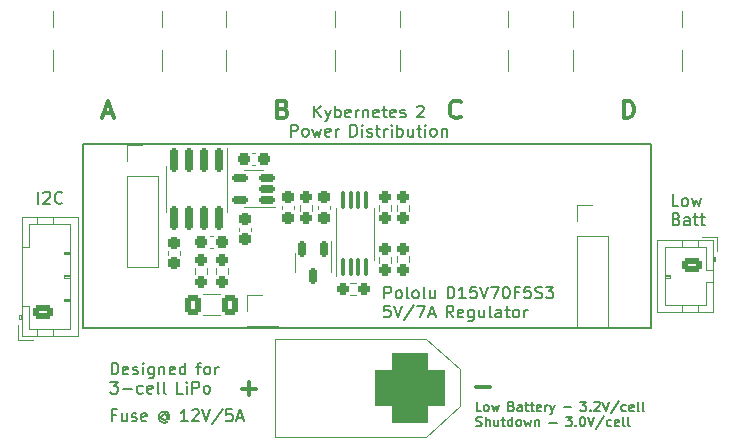
<source format=gto>
G04 #@! TF.GenerationSoftware,KiCad,Pcbnew,7.0.0*
G04 #@! TF.CreationDate,2023-03-02T15:58:58-08:00*
G04 #@! TF.ProjectId,KYBERNETES-LOGIC-PD,4b594245-524e-4455-9445-532d4c4f4749,rev?*
G04 #@! TF.SameCoordinates,Original*
G04 #@! TF.FileFunction,Legend,Top*
G04 #@! TF.FilePolarity,Positive*
%FSLAX46Y46*%
G04 Gerber Fmt 4.6, Leading zero omitted, Abs format (unit mm)*
G04 Created by KiCad (PCBNEW 7.0.0) date 2023-03-02 15:58:58*
%MOMM*%
%LPD*%
G01*
G04 APERTURE LIST*
G04 Aperture macros list*
%AMRoundRect*
0 Rectangle with rounded corners*
0 $1 Rounding radius*
0 $2 $3 $4 $5 $6 $7 $8 $9 X,Y pos of 4 corners*
0 Add a 4 corners polygon primitive as box body*
4,1,4,$2,$3,$4,$5,$6,$7,$8,$9,$2,$3,0*
0 Add four circle primitives for the rounded corners*
1,1,$1+$1,$2,$3*
1,1,$1+$1,$4,$5*
1,1,$1+$1,$6,$7*
1,1,$1+$1,$8,$9*
0 Add four rect primitives between the rounded corners*
20,1,$1+$1,$2,$3,$4,$5,0*
20,1,$1+$1,$4,$5,$6,$7,0*
20,1,$1+$1,$6,$7,$8,$9,0*
20,1,$1+$1,$8,$9,$2,$3,0*%
G04 Aperture macros list end*
%ADD10C,0.200000*%
%ADD11C,0.150000*%
%ADD12C,0.300000*%
%ADD13C,0.120000*%
%ADD14R,5.600000X5.600000*%
%ADD15R,0.700000X1.200000*%
%ADD16R,0.760000X1.200000*%
%ADD17R,0.800000X1.200000*%
%ADD18R,1.800000X1.350000*%
%ADD19R,1.800000X1.500000*%
%ADD20RoundRect,0.237500X0.237500X-0.250000X0.237500X0.250000X-0.237500X0.250000X-0.237500X-0.250000X0*%
%ADD21C,6.000000*%
%ADD22RoundRect,1.500000X1.500000X1.500000X-1.500000X1.500000X-1.500000X-1.500000X1.500000X-1.500000X0*%
%ADD23RoundRect,0.237500X-0.300000X-0.237500X0.300000X-0.237500X0.300000X0.237500X-0.300000X0.237500X0*%
%ADD24RoundRect,0.237500X-0.237500X0.250000X-0.237500X-0.250000X0.237500X-0.250000X0.237500X0.250000X0*%
%ADD25RoundRect,0.100000X0.100000X-0.637500X0.100000X0.637500X-0.100000X0.637500X-0.100000X-0.637500X0*%
%ADD26RoundRect,0.237500X-0.237500X0.300000X-0.237500X-0.300000X0.237500X-0.300000X0.237500X0.300000X0*%
%ADD27O,1.700000X1.700000*%
%ADD28R,1.700000X1.700000*%
%ADD29RoundRect,0.250000X0.400000X0.625000X-0.400000X0.625000X-0.400000X-0.625000X0.400000X-0.625000X0*%
%ADD30RoundRect,0.237500X0.300000X0.237500X-0.300000X0.237500X-0.300000X-0.237500X0.300000X-0.237500X0*%
%ADD31RoundRect,0.150000X-0.150000X0.825000X-0.150000X-0.825000X0.150000X-0.825000X0.150000X0.825000X0*%
%ADD32RoundRect,0.150000X0.512500X0.150000X-0.512500X0.150000X-0.512500X-0.150000X0.512500X-0.150000X0*%
%ADD33RoundRect,0.250000X0.625000X-0.350000X0.625000X0.350000X-0.625000X0.350000X-0.625000X-0.350000X0*%
%ADD34O,1.750000X1.200000*%
%ADD35RoundRect,0.250000X-0.625000X0.350000X-0.625000X-0.350000X0.625000X-0.350000X0.625000X0.350000X0*%
%ADD36RoundRect,0.237500X0.250000X0.237500X-0.250000X0.237500X-0.250000X-0.237500X0.250000X-0.237500X0*%
%ADD37RoundRect,0.150000X-0.150000X0.512500X-0.150000X-0.512500X0.150000X-0.512500X0.150000X0.512500X0*%
G04 APERTURE END LIST*
D10*
X141180475Y-73522380D02*
X141180475Y-72522380D01*
X141751903Y-73522380D02*
X141323332Y-72950952D01*
X141751903Y-72522380D02*
X141180475Y-73093809D01*
X142085237Y-72855714D02*
X142323332Y-73522380D01*
X142561427Y-72855714D02*
X142323332Y-73522380D01*
X142323332Y-73522380D02*
X142228094Y-73760476D01*
X142228094Y-73760476D02*
X142180475Y-73808095D01*
X142180475Y-73808095D02*
X142085237Y-73855714D01*
X142942380Y-73522380D02*
X142942380Y-72522380D01*
X142942380Y-72903333D02*
X143037618Y-72855714D01*
X143037618Y-72855714D02*
X143228094Y-72855714D01*
X143228094Y-72855714D02*
X143323332Y-72903333D01*
X143323332Y-72903333D02*
X143370951Y-72950952D01*
X143370951Y-72950952D02*
X143418570Y-73046190D01*
X143418570Y-73046190D02*
X143418570Y-73331904D01*
X143418570Y-73331904D02*
X143370951Y-73427142D01*
X143370951Y-73427142D02*
X143323332Y-73474761D01*
X143323332Y-73474761D02*
X143228094Y-73522380D01*
X143228094Y-73522380D02*
X143037618Y-73522380D01*
X143037618Y-73522380D02*
X142942380Y-73474761D01*
X144228094Y-73474761D02*
X144132856Y-73522380D01*
X144132856Y-73522380D02*
X143942380Y-73522380D01*
X143942380Y-73522380D02*
X143847142Y-73474761D01*
X143847142Y-73474761D02*
X143799523Y-73379523D01*
X143799523Y-73379523D02*
X143799523Y-72998571D01*
X143799523Y-72998571D02*
X143847142Y-72903333D01*
X143847142Y-72903333D02*
X143942380Y-72855714D01*
X143942380Y-72855714D02*
X144132856Y-72855714D01*
X144132856Y-72855714D02*
X144228094Y-72903333D01*
X144228094Y-72903333D02*
X144275713Y-72998571D01*
X144275713Y-72998571D02*
X144275713Y-73093809D01*
X144275713Y-73093809D02*
X143799523Y-73189047D01*
X144704285Y-73522380D02*
X144704285Y-72855714D01*
X144704285Y-73046190D02*
X144751904Y-72950952D01*
X144751904Y-72950952D02*
X144799523Y-72903333D01*
X144799523Y-72903333D02*
X144894761Y-72855714D01*
X144894761Y-72855714D02*
X144989999Y-72855714D01*
X145323333Y-72855714D02*
X145323333Y-73522380D01*
X145323333Y-72950952D02*
X145370952Y-72903333D01*
X145370952Y-72903333D02*
X145466190Y-72855714D01*
X145466190Y-72855714D02*
X145609047Y-72855714D01*
X145609047Y-72855714D02*
X145704285Y-72903333D01*
X145704285Y-72903333D02*
X145751904Y-72998571D01*
X145751904Y-72998571D02*
X145751904Y-73522380D01*
X146609047Y-73474761D02*
X146513809Y-73522380D01*
X146513809Y-73522380D02*
X146323333Y-73522380D01*
X146323333Y-73522380D02*
X146228095Y-73474761D01*
X146228095Y-73474761D02*
X146180476Y-73379523D01*
X146180476Y-73379523D02*
X146180476Y-72998571D01*
X146180476Y-72998571D02*
X146228095Y-72903333D01*
X146228095Y-72903333D02*
X146323333Y-72855714D01*
X146323333Y-72855714D02*
X146513809Y-72855714D01*
X146513809Y-72855714D02*
X146609047Y-72903333D01*
X146609047Y-72903333D02*
X146656666Y-72998571D01*
X146656666Y-72998571D02*
X146656666Y-73093809D01*
X146656666Y-73093809D02*
X146180476Y-73189047D01*
X146942381Y-72855714D02*
X147323333Y-72855714D01*
X147085238Y-72522380D02*
X147085238Y-73379523D01*
X147085238Y-73379523D02*
X147132857Y-73474761D01*
X147132857Y-73474761D02*
X147228095Y-73522380D01*
X147228095Y-73522380D02*
X147323333Y-73522380D01*
X148037619Y-73474761D02*
X147942381Y-73522380D01*
X147942381Y-73522380D02*
X147751905Y-73522380D01*
X147751905Y-73522380D02*
X147656667Y-73474761D01*
X147656667Y-73474761D02*
X147609048Y-73379523D01*
X147609048Y-73379523D02*
X147609048Y-72998571D01*
X147609048Y-72998571D02*
X147656667Y-72903333D01*
X147656667Y-72903333D02*
X147751905Y-72855714D01*
X147751905Y-72855714D02*
X147942381Y-72855714D01*
X147942381Y-72855714D02*
X148037619Y-72903333D01*
X148037619Y-72903333D02*
X148085238Y-72998571D01*
X148085238Y-72998571D02*
X148085238Y-73093809D01*
X148085238Y-73093809D02*
X147609048Y-73189047D01*
X148466191Y-73474761D02*
X148561429Y-73522380D01*
X148561429Y-73522380D02*
X148751905Y-73522380D01*
X148751905Y-73522380D02*
X148847143Y-73474761D01*
X148847143Y-73474761D02*
X148894762Y-73379523D01*
X148894762Y-73379523D02*
X148894762Y-73331904D01*
X148894762Y-73331904D02*
X148847143Y-73236666D01*
X148847143Y-73236666D02*
X148751905Y-73189047D01*
X148751905Y-73189047D02*
X148609048Y-73189047D01*
X148609048Y-73189047D02*
X148513810Y-73141428D01*
X148513810Y-73141428D02*
X148466191Y-73046190D01*
X148466191Y-73046190D02*
X148466191Y-72998571D01*
X148466191Y-72998571D02*
X148513810Y-72903333D01*
X148513810Y-72903333D02*
X148609048Y-72855714D01*
X148609048Y-72855714D02*
X148751905Y-72855714D01*
X148751905Y-72855714D02*
X148847143Y-72903333D01*
X149875715Y-72617619D02*
X149923334Y-72570000D01*
X149923334Y-72570000D02*
X150018572Y-72522380D01*
X150018572Y-72522380D02*
X150256667Y-72522380D01*
X150256667Y-72522380D02*
X150351905Y-72570000D01*
X150351905Y-72570000D02*
X150399524Y-72617619D01*
X150399524Y-72617619D02*
X150447143Y-72712857D01*
X150447143Y-72712857D02*
X150447143Y-72808095D01*
X150447143Y-72808095D02*
X150399524Y-72950952D01*
X150399524Y-72950952D02*
X149828096Y-73522380D01*
X149828096Y-73522380D02*
X150447143Y-73522380D01*
X139204285Y-75142380D02*
X139204285Y-74142380D01*
X139204285Y-74142380D02*
X139585237Y-74142380D01*
X139585237Y-74142380D02*
X139680475Y-74190000D01*
X139680475Y-74190000D02*
X139728094Y-74237619D01*
X139728094Y-74237619D02*
X139775713Y-74332857D01*
X139775713Y-74332857D02*
X139775713Y-74475714D01*
X139775713Y-74475714D02*
X139728094Y-74570952D01*
X139728094Y-74570952D02*
X139680475Y-74618571D01*
X139680475Y-74618571D02*
X139585237Y-74666190D01*
X139585237Y-74666190D02*
X139204285Y-74666190D01*
X140347142Y-75142380D02*
X140251904Y-75094761D01*
X140251904Y-75094761D02*
X140204285Y-75047142D01*
X140204285Y-75047142D02*
X140156666Y-74951904D01*
X140156666Y-74951904D02*
X140156666Y-74666190D01*
X140156666Y-74666190D02*
X140204285Y-74570952D01*
X140204285Y-74570952D02*
X140251904Y-74523333D01*
X140251904Y-74523333D02*
X140347142Y-74475714D01*
X140347142Y-74475714D02*
X140489999Y-74475714D01*
X140489999Y-74475714D02*
X140585237Y-74523333D01*
X140585237Y-74523333D02*
X140632856Y-74570952D01*
X140632856Y-74570952D02*
X140680475Y-74666190D01*
X140680475Y-74666190D02*
X140680475Y-74951904D01*
X140680475Y-74951904D02*
X140632856Y-75047142D01*
X140632856Y-75047142D02*
X140585237Y-75094761D01*
X140585237Y-75094761D02*
X140489999Y-75142380D01*
X140489999Y-75142380D02*
X140347142Y-75142380D01*
X141013809Y-74475714D02*
X141204285Y-75142380D01*
X141204285Y-75142380D02*
X141394761Y-74666190D01*
X141394761Y-74666190D02*
X141585237Y-75142380D01*
X141585237Y-75142380D02*
X141775713Y-74475714D01*
X142537618Y-75094761D02*
X142442380Y-75142380D01*
X142442380Y-75142380D02*
X142251904Y-75142380D01*
X142251904Y-75142380D02*
X142156666Y-75094761D01*
X142156666Y-75094761D02*
X142109047Y-74999523D01*
X142109047Y-74999523D02*
X142109047Y-74618571D01*
X142109047Y-74618571D02*
X142156666Y-74523333D01*
X142156666Y-74523333D02*
X142251904Y-74475714D01*
X142251904Y-74475714D02*
X142442380Y-74475714D01*
X142442380Y-74475714D02*
X142537618Y-74523333D01*
X142537618Y-74523333D02*
X142585237Y-74618571D01*
X142585237Y-74618571D02*
X142585237Y-74713809D01*
X142585237Y-74713809D02*
X142109047Y-74809047D01*
X143013809Y-75142380D02*
X143013809Y-74475714D01*
X143013809Y-74666190D02*
X143061428Y-74570952D01*
X143061428Y-74570952D02*
X143109047Y-74523333D01*
X143109047Y-74523333D02*
X143204285Y-74475714D01*
X143204285Y-74475714D02*
X143299523Y-74475714D01*
X144232857Y-75142380D02*
X144232857Y-74142380D01*
X144232857Y-74142380D02*
X144470952Y-74142380D01*
X144470952Y-74142380D02*
X144613809Y-74190000D01*
X144613809Y-74190000D02*
X144709047Y-74285238D01*
X144709047Y-74285238D02*
X144756666Y-74380476D01*
X144756666Y-74380476D02*
X144804285Y-74570952D01*
X144804285Y-74570952D02*
X144804285Y-74713809D01*
X144804285Y-74713809D02*
X144756666Y-74904285D01*
X144756666Y-74904285D02*
X144709047Y-74999523D01*
X144709047Y-74999523D02*
X144613809Y-75094761D01*
X144613809Y-75094761D02*
X144470952Y-75142380D01*
X144470952Y-75142380D02*
X144232857Y-75142380D01*
X145232857Y-75142380D02*
X145232857Y-74475714D01*
X145232857Y-74142380D02*
X145185238Y-74190000D01*
X145185238Y-74190000D02*
X145232857Y-74237619D01*
X145232857Y-74237619D02*
X145280476Y-74190000D01*
X145280476Y-74190000D02*
X145232857Y-74142380D01*
X145232857Y-74142380D02*
X145232857Y-74237619D01*
X145661428Y-75094761D02*
X145756666Y-75142380D01*
X145756666Y-75142380D02*
X145947142Y-75142380D01*
X145947142Y-75142380D02*
X146042380Y-75094761D01*
X146042380Y-75094761D02*
X146089999Y-74999523D01*
X146089999Y-74999523D02*
X146089999Y-74951904D01*
X146089999Y-74951904D02*
X146042380Y-74856666D01*
X146042380Y-74856666D02*
X145947142Y-74809047D01*
X145947142Y-74809047D02*
X145804285Y-74809047D01*
X145804285Y-74809047D02*
X145709047Y-74761428D01*
X145709047Y-74761428D02*
X145661428Y-74666190D01*
X145661428Y-74666190D02*
X145661428Y-74618571D01*
X145661428Y-74618571D02*
X145709047Y-74523333D01*
X145709047Y-74523333D02*
X145804285Y-74475714D01*
X145804285Y-74475714D02*
X145947142Y-74475714D01*
X145947142Y-74475714D02*
X146042380Y-74523333D01*
X146375714Y-74475714D02*
X146756666Y-74475714D01*
X146518571Y-74142380D02*
X146518571Y-74999523D01*
X146518571Y-74999523D02*
X146566190Y-75094761D01*
X146566190Y-75094761D02*
X146661428Y-75142380D01*
X146661428Y-75142380D02*
X146756666Y-75142380D01*
X147090000Y-75142380D02*
X147090000Y-74475714D01*
X147090000Y-74666190D02*
X147137619Y-74570952D01*
X147137619Y-74570952D02*
X147185238Y-74523333D01*
X147185238Y-74523333D02*
X147280476Y-74475714D01*
X147280476Y-74475714D02*
X147375714Y-74475714D01*
X147709048Y-75142380D02*
X147709048Y-74475714D01*
X147709048Y-74142380D02*
X147661429Y-74190000D01*
X147661429Y-74190000D02*
X147709048Y-74237619D01*
X147709048Y-74237619D02*
X147756667Y-74190000D01*
X147756667Y-74190000D02*
X147709048Y-74142380D01*
X147709048Y-74142380D02*
X147709048Y-74237619D01*
X148185238Y-75142380D02*
X148185238Y-74142380D01*
X148185238Y-74523333D02*
X148280476Y-74475714D01*
X148280476Y-74475714D02*
X148470952Y-74475714D01*
X148470952Y-74475714D02*
X148566190Y-74523333D01*
X148566190Y-74523333D02*
X148613809Y-74570952D01*
X148613809Y-74570952D02*
X148661428Y-74666190D01*
X148661428Y-74666190D02*
X148661428Y-74951904D01*
X148661428Y-74951904D02*
X148613809Y-75047142D01*
X148613809Y-75047142D02*
X148566190Y-75094761D01*
X148566190Y-75094761D02*
X148470952Y-75142380D01*
X148470952Y-75142380D02*
X148280476Y-75142380D01*
X148280476Y-75142380D02*
X148185238Y-75094761D01*
X149518571Y-74475714D02*
X149518571Y-75142380D01*
X149090000Y-74475714D02*
X149090000Y-74999523D01*
X149090000Y-74999523D02*
X149137619Y-75094761D01*
X149137619Y-75094761D02*
X149232857Y-75142380D01*
X149232857Y-75142380D02*
X149375714Y-75142380D01*
X149375714Y-75142380D02*
X149470952Y-75094761D01*
X149470952Y-75094761D02*
X149518571Y-75047142D01*
X149851905Y-74475714D02*
X150232857Y-74475714D01*
X149994762Y-74142380D02*
X149994762Y-74999523D01*
X149994762Y-74999523D02*
X150042381Y-75094761D01*
X150042381Y-75094761D02*
X150137619Y-75142380D01*
X150137619Y-75142380D02*
X150232857Y-75142380D01*
X150566191Y-75142380D02*
X150566191Y-74475714D01*
X150566191Y-74142380D02*
X150518572Y-74190000D01*
X150518572Y-74190000D02*
X150566191Y-74237619D01*
X150566191Y-74237619D02*
X150613810Y-74190000D01*
X150613810Y-74190000D02*
X150566191Y-74142380D01*
X150566191Y-74142380D02*
X150566191Y-74237619D01*
X151185238Y-75142380D02*
X151090000Y-75094761D01*
X151090000Y-75094761D02*
X151042381Y-75047142D01*
X151042381Y-75047142D02*
X150994762Y-74951904D01*
X150994762Y-74951904D02*
X150994762Y-74666190D01*
X150994762Y-74666190D02*
X151042381Y-74570952D01*
X151042381Y-74570952D02*
X151090000Y-74523333D01*
X151090000Y-74523333D02*
X151185238Y-74475714D01*
X151185238Y-74475714D02*
X151328095Y-74475714D01*
X151328095Y-74475714D02*
X151423333Y-74523333D01*
X151423333Y-74523333D02*
X151470952Y-74570952D01*
X151470952Y-74570952D02*
X151518571Y-74666190D01*
X151518571Y-74666190D02*
X151518571Y-74951904D01*
X151518571Y-74951904D02*
X151470952Y-75047142D01*
X151470952Y-75047142D02*
X151423333Y-75094761D01*
X151423333Y-75094761D02*
X151328095Y-75142380D01*
X151328095Y-75142380D02*
X151185238Y-75142380D01*
X151947143Y-74475714D02*
X151947143Y-75142380D01*
X151947143Y-74570952D02*
X151994762Y-74523333D01*
X151994762Y-74523333D02*
X152090000Y-74475714D01*
X152090000Y-74475714D02*
X152232857Y-74475714D01*
X152232857Y-74475714D02*
X152328095Y-74523333D01*
X152328095Y-74523333D02*
X152375714Y-74618571D01*
X152375714Y-74618571D02*
X152375714Y-75142380D01*
D11*
X155291428Y-98379904D02*
X154910476Y-98379904D01*
X154910476Y-98379904D02*
X154910476Y-97579904D01*
X155672380Y-98379904D02*
X155596190Y-98341809D01*
X155596190Y-98341809D02*
X155558095Y-98303714D01*
X155558095Y-98303714D02*
X155519999Y-98227523D01*
X155519999Y-98227523D02*
X155519999Y-97998952D01*
X155519999Y-97998952D02*
X155558095Y-97922761D01*
X155558095Y-97922761D02*
X155596190Y-97884666D01*
X155596190Y-97884666D02*
X155672380Y-97846571D01*
X155672380Y-97846571D02*
X155786666Y-97846571D01*
X155786666Y-97846571D02*
X155862857Y-97884666D01*
X155862857Y-97884666D02*
X155900952Y-97922761D01*
X155900952Y-97922761D02*
X155939047Y-97998952D01*
X155939047Y-97998952D02*
X155939047Y-98227523D01*
X155939047Y-98227523D02*
X155900952Y-98303714D01*
X155900952Y-98303714D02*
X155862857Y-98341809D01*
X155862857Y-98341809D02*
X155786666Y-98379904D01*
X155786666Y-98379904D02*
X155672380Y-98379904D01*
X156205714Y-97846571D02*
X156358095Y-98379904D01*
X156358095Y-98379904D02*
X156510476Y-97998952D01*
X156510476Y-97998952D02*
X156662857Y-98379904D01*
X156662857Y-98379904D02*
X156815238Y-97846571D01*
X157866666Y-97960857D02*
X157980952Y-97998952D01*
X157980952Y-97998952D02*
X158019047Y-98037047D01*
X158019047Y-98037047D02*
X158057143Y-98113238D01*
X158057143Y-98113238D02*
X158057143Y-98227523D01*
X158057143Y-98227523D02*
X158019047Y-98303714D01*
X158019047Y-98303714D02*
X157980952Y-98341809D01*
X157980952Y-98341809D02*
X157904762Y-98379904D01*
X157904762Y-98379904D02*
X157600000Y-98379904D01*
X157600000Y-98379904D02*
X157600000Y-97579904D01*
X157600000Y-97579904D02*
X157866666Y-97579904D01*
X157866666Y-97579904D02*
X157942857Y-97618000D01*
X157942857Y-97618000D02*
X157980952Y-97656095D01*
X157980952Y-97656095D02*
X158019047Y-97732285D01*
X158019047Y-97732285D02*
X158019047Y-97808476D01*
X158019047Y-97808476D02*
X157980952Y-97884666D01*
X157980952Y-97884666D02*
X157942857Y-97922761D01*
X157942857Y-97922761D02*
X157866666Y-97960857D01*
X157866666Y-97960857D02*
X157600000Y-97960857D01*
X158742857Y-98379904D02*
X158742857Y-97960857D01*
X158742857Y-97960857D02*
X158704762Y-97884666D01*
X158704762Y-97884666D02*
X158628571Y-97846571D01*
X158628571Y-97846571D02*
X158476190Y-97846571D01*
X158476190Y-97846571D02*
X158400000Y-97884666D01*
X158742857Y-98341809D02*
X158666666Y-98379904D01*
X158666666Y-98379904D02*
X158476190Y-98379904D01*
X158476190Y-98379904D02*
X158400000Y-98341809D01*
X158400000Y-98341809D02*
X158361904Y-98265619D01*
X158361904Y-98265619D02*
X158361904Y-98189428D01*
X158361904Y-98189428D02*
X158400000Y-98113238D01*
X158400000Y-98113238D02*
X158476190Y-98075142D01*
X158476190Y-98075142D02*
X158666666Y-98075142D01*
X158666666Y-98075142D02*
X158742857Y-98037047D01*
X159009524Y-97846571D02*
X159314286Y-97846571D01*
X159123810Y-97579904D02*
X159123810Y-98265619D01*
X159123810Y-98265619D02*
X159161905Y-98341809D01*
X159161905Y-98341809D02*
X159238095Y-98379904D01*
X159238095Y-98379904D02*
X159314286Y-98379904D01*
X159466667Y-97846571D02*
X159771429Y-97846571D01*
X159580953Y-97579904D02*
X159580953Y-98265619D01*
X159580953Y-98265619D02*
X159619048Y-98341809D01*
X159619048Y-98341809D02*
X159695238Y-98379904D01*
X159695238Y-98379904D02*
X159771429Y-98379904D01*
X160342858Y-98341809D02*
X160266667Y-98379904D01*
X160266667Y-98379904D02*
X160114286Y-98379904D01*
X160114286Y-98379904D02*
X160038096Y-98341809D01*
X160038096Y-98341809D02*
X160000000Y-98265619D01*
X160000000Y-98265619D02*
X160000000Y-97960857D01*
X160000000Y-97960857D02*
X160038096Y-97884666D01*
X160038096Y-97884666D02*
X160114286Y-97846571D01*
X160114286Y-97846571D02*
X160266667Y-97846571D01*
X160266667Y-97846571D02*
X160342858Y-97884666D01*
X160342858Y-97884666D02*
X160380953Y-97960857D01*
X160380953Y-97960857D02*
X160380953Y-98037047D01*
X160380953Y-98037047D02*
X160000000Y-98113238D01*
X160723810Y-98379904D02*
X160723810Y-97846571D01*
X160723810Y-97998952D02*
X160761905Y-97922761D01*
X160761905Y-97922761D02*
X160800000Y-97884666D01*
X160800000Y-97884666D02*
X160876191Y-97846571D01*
X160876191Y-97846571D02*
X160952381Y-97846571D01*
X161142857Y-97846571D02*
X161333333Y-98379904D01*
X161523810Y-97846571D02*
X161333333Y-98379904D01*
X161333333Y-98379904D02*
X161257143Y-98570380D01*
X161257143Y-98570380D02*
X161219048Y-98608476D01*
X161219048Y-98608476D02*
X161142857Y-98646571D01*
X162308572Y-98075142D02*
X162918096Y-98075142D01*
X163702857Y-97579904D02*
X164198095Y-97579904D01*
X164198095Y-97579904D02*
X163931429Y-97884666D01*
X163931429Y-97884666D02*
X164045714Y-97884666D01*
X164045714Y-97884666D02*
X164121905Y-97922761D01*
X164121905Y-97922761D02*
X164160000Y-97960857D01*
X164160000Y-97960857D02*
X164198095Y-98037047D01*
X164198095Y-98037047D02*
X164198095Y-98227523D01*
X164198095Y-98227523D02*
X164160000Y-98303714D01*
X164160000Y-98303714D02*
X164121905Y-98341809D01*
X164121905Y-98341809D02*
X164045714Y-98379904D01*
X164045714Y-98379904D02*
X163817143Y-98379904D01*
X163817143Y-98379904D02*
X163740952Y-98341809D01*
X163740952Y-98341809D02*
X163702857Y-98303714D01*
X164540953Y-98303714D02*
X164579048Y-98341809D01*
X164579048Y-98341809D02*
X164540953Y-98379904D01*
X164540953Y-98379904D02*
X164502857Y-98341809D01*
X164502857Y-98341809D02*
X164540953Y-98303714D01*
X164540953Y-98303714D02*
X164540953Y-98379904D01*
X164883809Y-97656095D02*
X164921905Y-97618000D01*
X164921905Y-97618000D02*
X164998095Y-97579904D01*
X164998095Y-97579904D02*
X165188571Y-97579904D01*
X165188571Y-97579904D02*
X165264762Y-97618000D01*
X165264762Y-97618000D02*
X165302857Y-97656095D01*
X165302857Y-97656095D02*
X165340952Y-97732285D01*
X165340952Y-97732285D02*
X165340952Y-97808476D01*
X165340952Y-97808476D02*
X165302857Y-97922761D01*
X165302857Y-97922761D02*
X164845714Y-98379904D01*
X164845714Y-98379904D02*
X165340952Y-98379904D01*
X165569524Y-97579904D02*
X165836191Y-98379904D01*
X165836191Y-98379904D02*
X166102857Y-97579904D01*
X166940952Y-97541809D02*
X166255238Y-98570380D01*
X167550476Y-98341809D02*
X167474285Y-98379904D01*
X167474285Y-98379904D02*
X167321904Y-98379904D01*
X167321904Y-98379904D02*
X167245714Y-98341809D01*
X167245714Y-98341809D02*
X167207619Y-98303714D01*
X167207619Y-98303714D02*
X167169523Y-98227523D01*
X167169523Y-98227523D02*
X167169523Y-97998952D01*
X167169523Y-97998952D02*
X167207619Y-97922761D01*
X167207619Y-97922761D02*
X167245714Y-97884666D01*
X167245714Y-97884666D02*
X167321904Y-97846571D01*
X167321904Y-97846571D02*
X167474285Y-97846571D01*
X167474285Y-97846571D02*
X167550476Y-97884666D01*
X168198095Y-98341809D02*
X168121904Y-98379904D01*
X168121904Y-98379904D02*
X167969523Y-98379904D01*
X167969523Y-98379904D02*
X167893333Y-98341809D01*
X167893333Y-98341809D02*
X167855237Y-98265619D01*
X167855237Y-98265619D02*
X167855237Y-97960857D01*
X167855237Y-97960857D02*
X167893333Y-97884666D01*
X167893333Y-97884666D02*
X167969523Y-97846571D01*
X167969523Y-97846571D02*
X168121904Y-97846571D01*
X168121904Y-97846571D02*
X168198095Y-97884666D01*
X168198095Y-97884666D02*
X168236190Y-97960857D01*
X168236190Y-97960857D02*
X168236190Y-98037047D01*
X168236190Y-98037047D02*
X167855237Y-98113238D01*
X168693332Y-98379904D02*
X168617142Y-98341809D01*
X168617142Y-98341809D02*
X168579047Y-98265619D01*
X168579047Y-98265619D02*
X168579047Y-97579904D01*
X169112380Y-98379904D02*
X169036190Y-98341809D01*
X169036190Y-98341809D02*
X168998095Y-98265619D01*
X168998095Y-98265619D02*
X168998095Y-97579904D01*
X154872380Y-99637809D02*
X154986666Y-99675904D01*
X154986666Y-99675904D02*
X155177142Y-99675904D01*
X155177142Y-99675904D02*
X155253333Y-99637809D01*
X155253333Y-99637809D02*
X155291428Y-99599714D01*
X155291428Y-99599714D02*
X155329523Y-99523523D01*
X155329523Y-99523523D02*
X155329523Y-99447333D01*
X155329523Y-99447333D02*
X155291428Y-99371142D01*
X155291428Y-99371142D02*
X155253333Y-99333047D01*
X155253333Y-99333047D02*
X155177142Y-99294952D01*
X155177142Y-99294952D02*
X155024761Y-99256857D01*
X155024761Y-99256857D02*
X154948571Y-99218761D01*
X154948571Y-99218761D02*
X154910476Y-99180666D01*
X154910476Y-99180666D02*
X154872380Y-99104476D01*
X154872380Y-99104476D02*
X154872380Y-99028285D01*
X154872380Y-99028285D02*
X154910476Y-98952095D01*
X154910476Y-98952095D02*
X154948571Y-98914000D01*
X154948571Y-98914000D02*
X155024761Y-98875904D01*
X155024761Y-98875904D02*
X155215238Y-98875904D01*
X155215238Y-98875904D02*
X155329523Y-98914000D01*
X155672381Y-99675904D02*
X155672381Y-98875904D01*
X156015238Y-99675904D02*
X156015238Y-99256857D01*
X156015238Y-99256857D02*
X155977143Y-99180666D01*
X155977143Y-99180666D02*
X155900952Y-99142571D01*
X155900952Y-99142571D02*
X155786666Y-99142571D01*
X155786666Y-99142571D02*
X155710476Y-99180666D01*
X155710476Y-99180666D02*
X155672381Y-99218761D01*
X156739048Y-99142571D02*
X156739048Y-99675904D01*
X156396191Y-99142571D02*
X156396191Y-99561619D01*
X156396191Y-99561619D02*
X156434286Y-99637809D01*
X156434286Y-99637809D02*
X156510476Y-99675904D01*
X156510476Y-99675904D02*
X156624762Y-99675904D01*
X156624762Y-99675904D02*
X156700953Y-99637809D01*
X156700953Y-99637809D02*
X156739048Y-99599714D01*
X157005715Y-99142571D02*
X157310477Y-99142571D01*
X157120001Y-98875904D02*
X157120001Y-99561619D01*
X157120001Y-99561619D02*
X157158096Y-99637809D01*
X157158096Y-99637809D02*
X157234286Y-99675904D01*
X157234286Y-99675904D02*
X157310477Y-99675904D01*
X157920001Y-99675904D02*
X157920001Y-98875904D01*
X157920001Y-99637809D02*
X157843810Y-99675904D01*
X157843810Y-99675904D02*
X157691429Y-99675904D01*
X157691429Y-99675904D02*
X157615239Y-99637809D01*
X157615239Y-99637809D02*
X157577144Y-99599714D01*
X157577144Y-99599714D02*
X157539048Y-99523523D01*
X157539048Y-99523523D02*
X157539048Y-99294952D01*
X157539048Y-99294952D02*
X157577144Y-99218761D01*
X157577144Y-99218761D02*
X157615239Y-99180666D01*
X157615239Y-99180666D02*
X157691429Y-99142571D01*
X157691429Y-99142571D02*
X157843810Y-99142571D01*
X157843810Y-99142571D02*
X157920001Y-99180666D01*
X158415239Y-99675904D02*
X158339049Y-99637809D01*
X158339049Y-99637809D02*
X158300954Y-99599714D01*
X158300954Y-99599714D02*
X158262858Y-99523523D01*
X158262858Y-99523523D02*
X158262858Y-99294952D01*
X158262858Y-99294952D02*
X158300954Y-99218761D01*
X158300954Y-99218761D02*
X158339049Y-99180666D01*
X158339049Y-99180666D02*
X158415239Y-99142571D01*
X158415239Y-99142571D02*
X158529525Y-99142571D01*
X158529525Y-99142571D02*
X158605716Y-99180666D01*
X158605716Y-99180666D02*
X158643811Y-99218761D01*
X158643811Y-99218761D02*
X158681906Y-99294952D01*
X158681906Y-99294952D02*
X158681906Y-99523523D01*
X158681906Y-99523523D02*
X158643811Y-99599714D01*
X158643811Y-99599714D02*
X158605716Y-99637809D01*
X158605716Y-99637809D02*
X158529525Y-99675904D01*
X158529525Y-99675904D02*
X158415239Y-99675904D01*
X158948573Y-99142571D02*
X159100954Y-99675904D01*
X159100954Y-99675904D02*
X159253335Y-99294952D01*
X159253335Y-99294952D02*
X159405716Y-99675904D01*
X159405716Y-99675904D02*
X159558097Y-99142571D01*
X159862859Y-99142571D02*
X159862859Y-99675904D01*
X159862859Y-99218761D02*
X159900954Y-99180666D01*
X159900954Y-99180666D02*
X159977144Y-99142571D01*
X159977144Y-99142571D02*
X160091430Y-99142571D01*
X160091430Y-99142571D02*
X160167621Y-99180666D01*
X160167621Y-99180666D02*
X160205716Y-99256857D01*
X160205716Y-99256857D02*
X160205716Y-99675904D01*
X161066669Y-99371142D02*
X161676193Y-99371142D01*
X162460954Y-98875904D02*
X162956192Y-98875904D01*
X162956192Y-98875904D02*
X162689526Y-99180666D01*
X162689526Y-99180666D02*
X162803811Y-99180666D01*
X162803811Y-99180666D02*
X162880002Y-99218761D01*
X162880002Y-99218761D02*
X162918097Y-99256857D01*
X162918097Y-99256857D02*
X162956192Y-99333047D01*
X162956192Y-99333047D02*
X162956192Y-99523523D01*
X162956192Y-99523523D02*
X162918097Y-99599714D01*
X162918097Y-99599714D02*
X162880002Y-99637809D01*
X162880002Y-99637809D02*
X162803811Y-99675904D01*
X162803811Y-99675904D02*
X162575240Y-99675904D01*
X162575240Y-99675904D02*
X162499049Y-99637809D01*
X162499049Y-99637809D02*
X162460954Y-99599714D01*
X163299050Y-99599714D02*
X163337145Y-99637809D01*
X163337145Y-99637809D02*
X163299050Y-99675904D01*
X163299050Y-99675904D02*
X163260954Y-99637809D01*
X163260954Y-99637809D02*
X163299050Y-99599714D01*
X163299050Y-99599714D02*
X163299050Y-99675904D01*
X163832383Y-98875904D02*
X163908573Y-98875904D01*
X163908573Y-98875904D02*
X163984764Y-98914000D01*
X163984764Y-98914000D02*
X164022859Y-98952095D01*
X164022859Y-98952095D02*
X164060954Y-99028285D01*
X164060954Y-99028285D02*
X164099049Y-99180666D01*
X164099049Y-99180666D02*
X164099049Y-99371142D01*
X164099049Y-99371142D02*
X164060954Y-99523523D01*
X164060954Y-99523523D02*
X164022859Y-99599714D01*
X164022859Y-99599714D02*
X163984764Y-99637809D01*
X163984764Y-99637809D02*
X163908573Y-99675904D01*
X163908573Y-99675904D02*
X163832383Y-99675904D01*
X163832383Y-99675904D02*
X163756192Y-99637809D01*
X163756192Y-99637809D02*
X163718097Y-99599714D01*
X163718097Y-99599714D02*
X163680002Y-99523523D01*
X163680002Y-99523523D02*
X163641906Y-99371142D01*
X163641906Y-99371142D02*
X163641906Y-99180666D01*
X163641906Y-99180666D02*
X163680002Y-99028285D01*
X163680002Y-99028285D02*
X163718097Y-98952095D01*
X163718097Y-98952095D02*
X163756192Y-98914000D01*
X163756192Y-98914000D02*
X163832383Y-98875904D01*
X164327621Y-98875904D02*
X164594288Y-99675904D01*
X164594288Y-99675904D02*
X164860954Y-98875904D01*
X165699049Y-98837809D02*
X165013335Y-99866380D01*
X166308573Y-99637809D02*
X166232382Y-99675904D01*
X166232382Y-99675904D02*
X166080001Y-99675904D01*
X166080001Y-99675904D02*
X166003811Y-99637809D01*
X166003811Y-99637809D02*
X165965716Y-99599714D01*
X165965716Y-99599714D02*
X165927620Y-99523523D01*
X165927620Y-99523523D02*
X165927620Y-99294952D01*
X165927620Y-99294952D02*
X165965716Y-99218761D01*
X165965716Y-99218761D02*
X166003811Y-99180666D01*
X166003811Y-99180666D02*
X166080001Y-99142571D01*
X166080001Y-99142571D02*
X166232382Y-99142571D01*
X166232382Y-99142571D02*
X166308573Y-99180666D01*
X166956192Y-99637809D02*
X166880001Y-99675904D01*
X166880001Y-99675904D02*
X166727620Y-99675904D01*
X166727620Y-99675904D02*
X166651430Y-99637809D01*
X166651430Y-99637809D02*
X166613334Y-99561619D01*
X166613334Y-99561619D02*
X166613334Y-99256857D01*
X166613334Y-99256857D02*
X166651430Y-99180666D01*
X166651430Y-99180666D02*
X166727620Y-99142571D01*
X166727620Y-99142571D02*
X166880001Y-99142571D01*
X166880001Y-99142571D02*
X166956192Y-99180666D01*
X166956192Y-99180666D02*
X166994287Y-99256857D01*
X166994287Y-99256857D02*
X166994287Y-99333047D01*
X166994287Y-99333047D02*
X166613334Y-99409238D01*
X167451429Y-99675904D02*
X167375239Y-99637809D01*
X167375239Y-99637809D02*
X167337144Y-99561619D01*
X167337144Y-99561619D02*
X167337144Y-98875904D01*
X167870477Y-99675904D02*
X167794287Y-99637809D01*
X167794287Y-99637809D02*
X167756192Y-99561619D01*
X167756192Y-99561619D02*
X167756192Y-98875904D01*
D10*
X147098095Y-88842380D02*
X147098095Y-87842380D01*
X147098095Y-87842380D02*
X147479047Y-87842380D01*
X147479047Y-87842380D02*
X147574285Y-87890000D01*
X147574285Y-87890000D02*
X147621904Y-87937619D01*
X147621904Y-87937619D02*
X147669523Y-88032857D01*
X147669523Y-88032857D02*
X147669523Y-88175714D01*
X147669523Y-88175714D02*
X147621904Y-88270952D01*
X147621904Y-88270952D02*
X147574285Y-88318571D01*
X147574285Y-88318571D02*
X147479047Y-88366190D01*
X147479047Y-88366190D02*
X147098095Y-88366190D01*
X148240952Y-88842380D02*
X148145714Y-88794761D01*
X148145714Y-88794761D02*
X148098095Y-88747142D01*
X148098095Y-88747142D02*
X148050476Y-88651904D01*
X148050476Y-88651904D02*
X148050476Y-88366190D01*
X148050476Y-88366190D02*
X148098095Y-88270952D01*
X148098095Y-88270952D02*
X148145714Y-88223333D01*
X148145714Y-88223333D02*
X148240952Y-88175714D01*
X148240952Y-88175714D02*
X148383809Y-88175714D01*
X148383809Y-88175714D02*
X148479047Y-88223333D01*
X148479047Y-88223333D02*
X148526666Y-88270952D01*
X148526666Y-88270952D02*
X148574285Y-88366190D01*
X148574285Y-88366190D02*
X148574285Y-88651904D01*
X148574285Y-88651904D02*
X148526666Y-88747142D01*
X148526666Y-88747142D02*
X148479047Y-88794761D01*
X148479047Y-88794761D02*
X148383809Y-88842380D01*
X148383809Y-88842380D02*
X148240952Y-88842380D01*
X149145714Y-88842380D02*
X149050476Y-88794761D01*
X149050476Y-88794761D02*
X149002857Y-88699523D01*
X149002857Y-88699523D02*
X149002857Y-87842380D01*
X149669524Y-88842380D02*
X149574286Y-88794761D01*
X149574286Y-88794761D02*
X149526667Y-88747142D01*
X149526667Y-88747142D02*
X149479048Y-88651904D01*
X149479048Y-88651904D02*
X149479048Y-88366190D01*
X149479048Y-88366190D02*
X149526667Y-88270952D01*
X149526667Y-88270952D02*
X149574286Y-88223333D01*
X149574286Y-88223333D02*
X149669524Y-88175714D01*
X149669524Y-88175714D02*
X149812381Y-88175714D01*
X149812381Y-88175714D02*
X149907619Y-88223333D01*
X149907619Y-88223333D02*
X149955238Y-88270952D01*
X149955238Y-88270952D02*
X150002857Y-88366190D01*
X150002857Y-88366190D02*
X150002857Y-88651904D01*
X150002857Y-88651904D02*
X149955238Y-88747142D01*
X149955238Y-88747142D02*
X149907619Y-88794761D01*
X149907619Y-88794761D02*
X149812381Y-88842380D01*
X149812381Y-88842380D02*
X149669524Y-88842380D01*
X150574286Y-88842380D02*
X150479048Y-88794761D01*
X150479048Y-88794761D02*
X150431429Y-88699523D01*
X150431429Y-88699523D02*
X150431429Y-87842380D01*
X151383810Y-88175714D02*
X151383810Y-88842380D01*
X150955239Y-88175714D02*
X150955239Y-88699523D01*
X150955239Y-88699523D02*
X151002858Y-88794761D01*
X151002858Y-88794761D02*
X151098096Y-88842380D01*
X151098096Y-88842380D02*
X151240953Y-88842380D01*
X151240953Y-88842380D02*
X151336191Y-88794761D01*
X151336191Y-88794761D02*
X151383810Y-88747142D01*
X152460001Y-88842380D02*
X152460001Y-87842380D01*
X152460001Y-87842380D02*
X152698096Y-87842380D01*
X152698096Y-87842380D02*
X152840953Y-87890000D01*
X152840953Y-87890000D02*
X152936191Y-87985238D01*
X152936191Y-87985238D02*
X152983810Y-88080476D01*
X152983810Y-88080476D02*
X153031429Y-88270952D01*
X153031429Y-88270952D02*
X153031429Y-88413809D01*
X153031429Y-88413809D02*
X152983810Y-88604285D01*
X152983810Y-88604285D02*
X152936191Y-88699523D01*
X152936191Y-88699523D02*
X152840953Y-88794761D01*
X152840953Y-88794761D02*
X152698096Y-88842380D01*
X152698096Y-88842380D02*
X152460001Y-88842380D01*
X153983810Y-88842380D02*
X153412382Y-88842380D01*
X153698096Y-88842380D02*
X153698096Y-87842380D01*
X153698096Y-87842380D02*
X153602858Y-87985238D01*
X153602858Y-87985238D02*
X153507620Y-88080476D01*
X153507620Y-88080476D02*
X153412382Y-88128095D01*
X154888572Y-87842380D02*
X154412382Y-87842380D01*
X154412382Y-87842380D02*
X154364763Y-88318571D01*
X154364763Y-88318571D02*
X154412382Y-88270952D01*
X154412382Y-88270952D02*
X154507620Y-88223333D01*
X154507620Y-88223333D02*
X154745715Y-88223333D01*
X154745715Y-88223333D02*
X154840953Y-88270952D01*
X154840953Y-88270952D02*
X154888572Y-88318571D01*
X154888572Y-88318571D02*
X154936191Y-88413809D01*
X154936191Y-88413809D02*
X154936191Y-88651904D01*
X154936191Y-88651904D02*
X154888572Y-88747142D01*
X154888572Y-88747142D02*
X154840953Y-88794761D01*
X154840953Y-88794761D02*
X154745715Y-88842380D01*
X154745715Y-88842380D02*
X154507620Y-88842380D01*
X154507620Y-88842380D02*
X154412382Y-88794761D01*
X154412382Y-88794761D02*
X154364763Y-88747142D01*
X155221906Y-87842380D02*
X155555239Y-88842380D01*
X155555239Y-88842380D02*
X155888572Y-87842380D01*
X156126668Y-87842380D02*
X156793334Y-87842380D01*
X156793334Y-87842380D02*
X156364763Y-88842380D01*
X157364763Y-87842380D02*
X157460001Y-87842380D01*
X157460001Y-87842380D02*
X157555239Y-87890000D01*
X157555239Y-87890000D02*
X157602858Y-87937619D01*
X157602858Y-87937619D02*
X157650477Y-88032857D01*
X157650477Y-88032857D02*
X157698096Y-88223333D01*
X157698096Y-88223333D02*
X157698096Y-88461428D01*
X157698096Y-88461428D02*
X157650477Y-88651904D01*
X157650477Y-88651904D02*
X157602858Y-88747142D01*
X157602858Y-88747142D02*
X157555239Y-88794761D01*
X157555239Y-88794761D02*
X157460001Y-88842380D01*
X157460001Y-88842380D02*
X157364763Y-88842380D01*
X157364763Y-88842380D02*
X157269525Y-88794761D01*
X157269525Y-88794761D02*
X157221906Y-88747142D01*
X157221906Y-88747142D02*
X157174287Y-88651904D01*
X157174287Y-88651904D02*
X157126668Y-88461428D01*
X157126668Y-88461428D02*
X157126668Y-88223333D01*
X157126668Y-88223333D02*
X157174287Y-88032857D01*
X157174287Y-88032857D02*
X157221906Y-87937619D01*
X157221906Y-87937619D02*
X157269525Y-87890000D01*
X157269525Y-87890000D02*
X157364763Y-87842380D01*
X158460001Y-88318571D02*
X158126668Y-88318571D01*
X158126668Y-88842380D02*
X158126668Y-87842380D01*
X158126668Y-87842380D02*
X158602858Y-87842380D01*
X159460001Y-87842380D02*
X158983811Y-87842380D01*
X158983811Y-87842380D02*
X158936192Y-88318571D01*
X158936192Y-88318571D02*
X158983811Y-88270952D01*
X158983811Y-88270952D02*
X159079049Y-88223333D01*
X159079049Y-88223333D02*
X159317144Y-88223333D01*
X159317144Y-88223333D02*
X159412382Y-88270952D01*
X159412382Y-88270952D02*
X159460001Y-88318571D01*
X159460001Y-88318571D02*
X159507620Y-88413809D01*
X159507620Y-88413809D02*
X159507620Y-88651904D01*
X159507620Y-88651904D02*
X159460001Y-88747142D01*
X159460001Y-88747142D02*
X159412382Y-88794761D01*
X159412382Y-88794761D02*
X159317144Y-88842380D01*
X159317144Y-88842380D02*
X159079049Y-88842380D01*
X159079049Y-88842380D02*
X158983811Y-88794761D01*
X158983811Y-88794761D02*
X158936192Y-88747142D01*
X159888573Y-88794761D02*
X160031430Y-88842380D01*
X160031430Y-88842380D02*
X160269525Y-88842380D01*
X160269525Y-88842380D02*
X160364763Y-88794761D01*
X160364763Y-88794761D02*
X160412382Y-88747142D01*
X160412382Y-88747142D02*
X160460001Y-88651904D01*
X160460001Y-88651904D02*
X160460001Y-88556666D01*
X160460001Y-88556666D02*
X160412382Y-88461428D01*
X160412382Y-88461428D02*
X160364763Y-88413809D01*
X160364763Y-88413809D02*
X160269525Y-88366190D01*
X160269525Y-88366190D02*
X160079049Y-88318571D01*
X160079049Y-88318571D02*
X159983811Y-88270952D01*
X159983811Y-88270952D02*
X159936192Y-88223333D01*
X159936192Y-88223333D02*
X159888573Y-88128095D01*
X159888573Y-88128095D02*
X159888573Y-88032857D01*
X159888573Y-88032857D02*
X159936192Y-87937619D01*
X159936192Y-87937619D02*
X159983811Y-87890000D01*
X159983811Y-87890000D02*
X160079049Y-87842380D01*
X160079049Y-87842380D02*
X160317144Y-87842380D01*
X160317144Y-87842380D02*
X160460001Y-87890000D01*
X160793335Y-87842380D02*
X161412382Y-87842380D01*
X161412382Y-87842380D02*
X161079049Y-88223333D01*
X161079049Y-88223333D02*
X161221906Y-88223333D01*
X161221906Y-88223333D02*
X161317144Y-88270952D01*
X161317144Y-88270952D02*
X161364763Y-88318571D01*
X161364763Y-88318571D02*
X161412382Y-88413809D01*
X161412382Y-88413809D02*
X161412382Y-88651904D01*
X161412382Y-88651904D02*
X161364763Y-88747142D01*
X161364763Y-88747142D02*
X161317144Y-88794761D01*
X161317144Y-88794761D02*
X161221906Y-88842380D01*
X161221906Y-88842380D02*
X160936192Y-88842380D01*
X160936192Y-88842380D02*
X160840954Y-88794761D01*
X160840954Y-88794761D02*
X160793335Y-88747142D01*
X147574285Y-89462380D02*
X147098095Y-89462380D01*
X147098095Y-89462380D02*
X147050476Y-89938571D01*
X147050476Y-89938571D02*
X147098095Y-89890952D01*
X147098095Y-89890952D02*
X147193333Y-89843333D01*
X147193333Y-89843333D02*
X147431428Y-89843333D01*
X147431428Y-89843333D02*
X147526666Y-89890952D01*
X147526666Y-89890952D02*
X147574285Y-89938571D01*
X147574285Y-89938571D02*
X147621904Y-90033809D01*
X147621904Y-90033809D02*
X147621904Y-90271904D01*
X147621904Y-90271904D02*
X147574285Y-90367142D01*
X147574285Y-90367142D02*
X147526666Y-90414761D01*
X147526666Y-90414761D02*
X147431428Y-90462380D01*
X147431428Y-90462380D02*
X147193333Y-90462380D01*
X147193333Y-90462380D02*
X147098095Y-90414761D01*
X147098095Y-90414761D02*
X147050476Y-90367142D01*
X147907619Y-89462380D02*
X148240952Y-90462380D01*
X148240952Y-90462380D02*
X148574285Y-89462380D01*
X149621904Y-89414761D02*
X148764762Y-90700476D01*
X149860000Y-89462380D02*
X150526666Y-89462380D01*
X150526666Y-89462380D02*
X150098095Y-90462380D01*
X150860000Y-90176666D02*
X151336190Y-90176666D01*
X150764762Y-90462380D02*
X151098095Y-89462380D01*
X151098095Y-89462380D02*
X151431428Y-90462380D01*
X152936190Y-90462380D02*
X152602857Y-89986190D01*
X152364762Y-90462380D02*
X152364762Y-89462380D01*
X152364762Y-89462380D02*
X152745714Y-89462380D01*
X152745714Y-89462380D02*
X152840952Y-89510000D01*
X152840952Y-89510000D02*
X152888571Y-89557619D01*
X152888571Y-89557619D02*
X152936190Y-89652857D01*
X152936190Y-89652857D02*
X152936190Y-89795714D01*
X152936190Y-89795714D02*
X152888571Y-89890952D01*
X152888571Y-89890952D02*
X152840952Y-89938571D01*
X152840952Y-89938571D02*
X152745714Y-89986190D01*
X152745714Y-89986190D02*
X152364762Y-89986190D01*
X153745714Y-90414761D02*
X153650476Y-90462380D01*
X153650476Y-90462380D02*
X153460000Y-90462380D01*
X153460000Y-90462380D02*
X153364762Y-90414761D01*
X153364762Y-90414761D02*
X153317143Y-90319523D01*
X153317143Y-90319523D02*
X153317143Y-89938571D01*
X153317143Y-89938571D02*
X153364762Y-89843333D01*
X153364762Y-89843333D02*
X153460000Y-89795714D01*
X153460000Y-89795714D02*
X153650476Y-89795714D01*
X153650476Y-89795714D02*
X153745714Y-89843333D01*
X153745714Y-89843333D02*
X153793333Y-89938571D01*
X153793333Y-89938571D02*
X153793333Y-90033809D01*
X153793333Y-90033809D02*
X153317143Y-90129047D01*
X154650476Y-89795714D02*
X154650476Y-90605238D01*
X154650476Y-90605238D02*
X154602857Y-90700476D01*
X154602857Y-90700476D02*
X154555238Y-90748095D01*
X154555238Y-90748095D02*
X154460000Y-90795714D01*
X154460000Y-90795714D02*
X154317143Y-90795714D01*
X154317143Y-90795714D02*
X154221905Y-90748095D01*
X154650476Y-90414761D02*
X154555238Y-90462380D01*
X154555238Y-90462380D02*
X154364762Y-90462380D01*
X154364762Y-90462380D02*
X154269524Y-90414761D01*
X154269524Y-90414761D02*
X154221905Y-90367142D01*
X154221905Y-90367142D02*
X154174286Y-90271904D01*
X154174286Y-90271904D02*
X154174286Y-89986190D01*
X154174286Y-89986190D02*
X154221905Y-89890952D01*
X154221905Y-89890952D02*
X154269524Y-89843333D01*
X154269524Y-89843333D02*
X154364762Y-89795714D01*
X154364762Y-89795714D02*
X154555238Y-89795714D01*
X154555238Y-89795714D02*
X154650476Y-89843333D01*
X155555238Y-89795714D02*
X155555238Y-90462380D01*
X155126667Y-89795714D02*
X155126667Y-90319523D01*
X155126667Y-90319523D02*
X155174286Y-90414761D01*
X155174286Y-90414761D02*
X155269524Y-90462380D01*
X155269524Y-90462380D02*
X155412381Y-90462380D01*
X155412381Y-90462380D02*
X155507619Y-90414761D01*
X155507619Y-90414761D02*
X155555238Y-90367142D01*
X156174286Y-90462380D02*
X156079048Y-90414761D01*
X156079048Y-90414761D02*
X156031429Y-90319523D01*
X156031429Y-90319523D02*
X156031429Y-89462380D01*
X156983810Y-90462380D02*
X156983810Y-89938571D01*
X156983810Y-89938571D02*
X156936191Y-89843333D01*
X156936191Y-89843333D02*
X156840953Y-89795714D01*
X156840953Y-89795714D02*
X156650477Y-89795714D01*
X156650477Y-89795714D02*
X156555239Y-89843333D01*
X156983810Y-90414761D02*
X156888572Y-90462380D01*
X156888572Y-90462380D02*
X156650477Y-90462380D01*
X156650477Y-90462380D02*
X156555239Y-90414761D01*
X156555239Y-90414761D02*
X156507620Y-90319523D01*
X156507620Y-90319523D02*
X156507620Y-90224285D01*
X156507620Y-90224285D02*
X156555239Y-90129047D01*
X156555239Y-90129047D02*
X156650477Y-90081428D01*
X156650477Y-90081428D02*
X156888572Y-90081428D01*
X156888572Y-90081428D02*
X156983810Y-90033809D01*
X157317144Y-89795714D02*
X157698096Y-89795714D01*
X157460001Y-89462380D02*
X157460001Y-90319523D01*
X157460001Y-90319523D02*
X157507620Y-90414761D01*
X157507620Y-90414761D02*
X157602858Y-90462380D01*
X157602858Y-90462380D02*
X157698096Y-90462380D01*
X158174287Y-90462380D02*
X158079049Y-90414761D01*
X158079049Y-90414761D02*
X158031430Y-90367142D01*
X158031430Y-90367142D02*
X157983811Y-90271904D01*
X157983811Y-90271904D02*
X157983811Y-89986190D01*
X157983811Y-89986190D02*
X158031430Y-89890952D01*
X158031430Y-89890952D02*
X158079049Y-89843333D01*
X158079049Y-89843333D02*
X158174287Y-89795714D01*
X158174287Y-89795714D02*
X158317144Y-89795714D01*
X158317144Y-89795714D02*
X158412382Y-89843333D01*
X158412382Y-89843333D02*
X158460001Y-89890952D01*
X158460001Y-89890952D02*
X158507620Y-89986190D01*
X158507620Y-89986190D02*
X158507620Y-90271904D01*
X158507620Y-90271904D02*
X158460001Y-90367142D01*
X158460001Y-90367142D02*
X158412382Y-90414761D01*
X158412382Y-90414761D02*
X158317144Y-90462380D01*
X158317144Y-90462380D02*
X158174287Y-90462380D01*
X158936192Y-90462380D02*
X158936192Y-89795714D01*
X158936192Y-89986190D02*
X158983811Y-89890952D01*
X158983811Y-89890952D02*
X159031430Y-89843333D01*
X159031430Y-89843333D02*
X159126668Y-89795714D01*
X159126668Y-89795714D02*
X159221906Y-89795714D01*
X124008095Y-95282380D02*
X124008095Y-94282380D01*
X124008095Y-94282380D02*
X124246190Y-94282380D01*
X124246190Y-94282380D02*
X124389047Y-94330000D01*
X124389047Y-94330000D02*
X124484285Y-94425238D01*
X124484285Y-94425238D02*
X124531904Y-94520476D01*
X124531904Y-94520476D02*
X124579523Y-94710952D01*
X124579523Y-94710952D02*
X124579523Y-94853809D01*
X124579523Y-94853809D02*
X124531904Y-95044285D01*
X124531904Y-95044285D02*
X124484285Y-95139523D01*
X124484285Y-95139523D02*
X124389047Y-95234761D01*
X124389047Y-95234761D02*
X124246190Y-95282380D01*
X124246190Y-95282380D02*
X124008095Y-95282380D01*
X125389047Y-95234761D02*
X125293809Y-95282380D01*
X125293809Y-95282380D02*
X125103333Y-95282380D01*
X125103333Y-95282380D02*
X125008095Y-95234761D01*
X125008095Y-95234761D02*
X124960476Y-95139523D01*
X124960476Y-95139523D02*
X124960476Y-94758571D01*
X124960476Y-94758571D02*
X125008095Y-94663333D01*
X125008095Y-94663333D02*
X125103333Y-94615714D01*
X125103333Y-94615714D02*
X125293809Y-94615714D01*
X125293809Y-94615714D02*
X125389047Y-94663333D01*
X125389047Y-94663333D02*
X125436666Y-94758571D01*
X125436666Y-94758571D02*
X125436666Y-94853809D01*
X125436666Y-94853809D02*
X124960476Y-94949047D01*
X125817619Y-95234761D02*
X125912857Y-95282380D01*
X125912857Y-95282380D02*
X126103333Y-95282380D01*
X126103333Y-95282380D02*
X126198571Y-95234761D01*
X126198571Y-95234761D02*
X126246190Y-95139523D01*
X126246190Y-95139523D02*
X126246190Y-95091904D01*
X126246190Y-95091904D02*
X126198571Y-94996666D01*
X126198571Y-94996666D02*
X126103333Y-94949047D01*
X126103333Y-94949047D02*
X125960476Y-94949047D01*
X125960476Y-94949047D02*
X125865238Y-94901428D01*
X125865238Y-94901428D02*
X125817619Y-94806190D01*
X125817619Y-94806190D02*
X125817619Y-94758571D01*
X125817619Y-94758571D02*
X125865238Y-94663333D01*
X125865238Y-94663333D02*
X125960476Y-94615714D01*
X125960476Y-94615714D02*
X126103333Y-94615714D01*
X126103333Y-94615714D02*
X126198571Y-94663333D01*
X126674762Y-95282380D02*
X126674762Y-94615714D01*
X126674762Y-94282380D02*
X126627143Y-94330000D01*
X126627143Y-94330000D02*
X126674762Y-94377619D01*
X126674762Y-94377619D02*
X126722381Y-94330000D01*
X126722381Y-94330000D02*
X126674762Y-94282380D01*
X126674762Y-94282380D02*
X126674762Y-94377619D01*
X127579523Y-94615714D02*
X127579523Y-95425238D01*
X127579523Y-95425238D02*
X127531904Y-95520476D01*
X127531904Y-95520476D02*
X127484285Y-95568095D01*
X127484285Y-95568095D02*
X127389047Y-95615714D01*
X127389047Y-95615714D02*
X127246190Y-95615714D01*
X127246190Y-95615714D02*
X127150952Y-95568095D01*
X127579523Y-95234761D02*
X127484285Y-95282380D01*
X127484285Y-95282380D02*
X127293809Y-95282380D01*
X127293809Y-95282380D02*
X127198571Y-95234761D01*
X127198571Y-95234761D02*
X127150952Y-95187142D01*
X127150952Y-95187142D02*
X127103333Y-95091904D01*
X127103333Y-95091904D02*
X127103333Y-94806190D01*
X127103333Y-94806190D02*
X127150952Y-94710952D01*
X127150952Y-94710952D02*
X127198571Y-94663333D01*
X127198571Y-94663333D02*
X127293809Y-94615714D01*
X127293809Y-94615714D02*
X127484285Y-94615714D01*
X127484285Y-94615714D02*
X127579523Y-94663333D01*
X128055714Y-94615714D02*
X128055714Y-95282380D01*
X128055714Y-94710952D02*
X128103333Y-94663333D01*
X128103333Y-94663333D02*
X128198571Y-94615714D01*
X128198571Y-94615714D02*
X128341428Y-94615714D01*
X128341428Y-94615714D02*
X128436666Y-94663333D01*
X128436666Y-94663333D02*
X128484285Y-94758571D01*
X128484285Y-94758571D02*
X128484285Y-95282380D01*
X129341428Y-95234761D02*
X129246190Y-95282380D01*
X129246190Y-95282380D02*
X129055714Y-95282380D01*
X129055714Y-95282380D02*
X128960476Y-95234761D01*
X128960476Y-95234761D02*
X128912857Y-95139523D01*
X128912857Y-95139523D02*
X128912857Y-94758571D01*
X128912857Y-94758571D02*
X128960476Y-94663333D01*
X128960476Y-94663333D02*
X129055714Y-94615714D01*
X129055714Y-94615714D02*
X129246190Y-94615714D01*
X129246190Y-94615714D02*
X129341428Y-94663333D01*
X129341428Y-94663333D02*
X129389047Y-94758571D01*
X129389047Y-94758571D02*
X129389047Y-94853809D01*
X129389047Y-94853809D02*
X128912857Y-94949047D01*
X130246190Y-95282380D02*
X130246190Y-94282380D01*
X130246190Y-95234761D02*
X130150952Y-95282380D01*
X130150952Y-95282380D02*
X129960476Y-95282380D01*
X129960476Y-95282380D02*
X129865238Y-95234761D01*
X129865238Y-95234761D02*
X129817619Y-95187142D01*
X129817619Y-95187142D02*
X129770000Y-95091904D01*
X129770000Y-95091904D02*
X129770000Y-94806190D01*
X129770000Y-94806190D02*
X129817619Y-94710952D01*
X129817619Y-94710952D02*
X129865238Y-94663333D01*
X129865238Y-94663333D02*
X129960476Y-94615714D01*
X129960476Y-94615714D02*
X130150952Y-94615714D01*
X130150952Y-94615714D02*
X130246190Y-94663333D01*
X131179524Y-94615714D02*
X131560476Y-94615714D01*
X131322381Y-95282380D02*
X131322381Y-94425238D01*
X131322381Y-94425238D02*
X131370000Y-94330000D01*
X131370000Y-94330000D02*
X131465238Y-94282380D01*
X131465238Y-94282380D02*
X131560476Y-94282380D01*
X132036667Y-95282380D02*
X131941429Y-95234761D01*
X131941429Y-95234761D02*
X131893810Y-95187142D01*
X131893810Y-95187142D02*
X131846191Y-95091904D01*
X131846191Y-95091904D02*
X131846191Y-94806190D01*
X131846191Y-94806190D02*
X131893810Y-94710952D01*
X131893810Y-94710952D02*
X131941429Y-94663333D01*
X131941429Y-94663333D02*
X132036667Y-94615714D01*
X132036667Y-94615714D02*
X132179524Y-94615714D01*
X132179524Y-94615714D02*
X132274762Y-94663333D01*
X132274762Y-94663333D02*
X132322381Y-94710952D01*
X132322381Y-94710952D02*
X132370000Y-94806190D01*
X132370000Y-94806190D02*
X132370000Y-95091904D01*
X132370000Y-95091904D02*
X132322381Y-95187142D01*
X132322381Y-95187142D02*
X132274762Y-95234761D01*
X132274762Y-95234761D02*
X132179524Y-95282380D01*
X132179524Y-95282380D02*
X132036667Y-95282380D01*
X132798572Y-95282380D02*
X132798572Y-94615714D01*
X132798572Y-94806190D02*
X132846191Y-94710952D01*
X132846191Y-94710952D02*
X132893810Y-94663333D01*
X132893810Y-94663333D02*
X132989048Y-94615714D01*
X132989048Y-94615714D02*
X133084286Y-94615714D01*
X123912857Y-95902380D02*
X124531904Y-95902380D01*
X124531904Y-95902380D02*
X124198571Y-96283333D01*
X124198571Y-96283333D02*
X124341428Y-96283333D01*
X124341428Y-96283333D02*
X124436666Y-96330952D01*
X124436666Y-96330952D02*
X124484285Y-96378571D01*
X124484285Y-96378571D02*
X124531904Y-96473809D01*
X124531904Y-96473809D02*
X124531904Y-96711904D01*
X124531904Y-96711904D02*
X124484285Y-96807142D01*
X124484285Y-96807142D02*
X124436666Y-96854761D01*
X124436666Y-96854761D02*
X124341428Y-96902380D01*
X124341428Y-96902380D02*
X124055714Y-96902380D01*
X124055714Y-96902380D02*
X123960476Y-96854761D01*
X123960476Y-96854761D02*
X123912857Y-96807142D01*
X124960476Y-96521428D02*
X125722381Y-96521428D01*
X126627142Y-96854761D02*
X126531904Y-96902380D01*
X126531904Y-96902380D02*
X126341428Y-96902380D01*
X126341428Y-96902380D02*
X126246190Y-96854761D01*
X126246190Y-96854761D02*
X126198571Y-96807142D01*
X126198571Y-96807142D02*
X126150952Y-96711904D01*
X126150952Y-96711904D02*
X126150952Y-96426190D01*
X126150952Y-96426190D02*
X126198571Y-96330952D01*
X126198571Y-96330952D02*
X126246190Y-96283333D01*
X126246190Y-96283333D02*
X126341428Y-96235714D01*
X126341428Y-96235714D02*
X126531904Y-96235714D01*
X126531904Y-96235714D02*
X126627142Y-96283333D01*
X127436666Y-96854761D02*
X127341428Y-96902380D01*
X127341428Y-96902380D02*
X127150952Y-96902380D01*
X127150952Y-96902380D02*
X127055714Y-96854761D01*
X127055714Y-96854761D02*
X127008095Y-96759523D01*
X127008095Y-96759523D02*
X127008095Y-96378571D01*
X127008095Y-96378571D02*
X127055714Y-96283333D01*
X127055714Y-96283333D02*
X127150952Y-96235714D01*
X127150952Y-96235714D02*
X127341428Y-96235714D01*
X127341428Y-96235714D02*
X127436666Y-96283333D01*
X127436666Y-96283333D02*
X127484285Y-96378571D01*
X127484285Y-96378571D02*
X127484285Y-96473809D01*
X127484285Y-96473809D02*
X127008095Y-96569047D01*
X128055714Y-96902380D02*
X127960476Y-96854761D01*
X127960476Y-96854761D02*
X127912857Y-96759523D01*
X127912857Y-96759523D02*
X127912857Y-95902380D01*
X128579524Y-96902380D02*
X128484286Y-96854761D01*
X128484286Y-96854761D02*
X128436667Y-96759523D01*
X128436667Y-96759523D02*
X128436667Y-95902380D01*
X130036667Y-96902380D02*
X129560477Y-96902380D01*
X129560477Y-96902380D02*
X129560477Y-95902380D01*
X130370001Y-96902380D02*
X130370001Y-96235714D01*
X130370001Y-95902380D02*
X130322382Y-95950000D01*
X130322382Y-95950000D02*
X130370001Y-95997619D01*
X130370001Y-95997619D02*
X130417620Y-95950000D01*
X130417620Y-95950000D02*
X130370001Y-95902380D01*
X130370001Y-95902380D02*
X130370001Y-95997619D01*
X130846191Y-96902380D02*
X130846191Y-95902380D01*
X130846191Y-95902380D02*
X131227143Y-95902380D01*
X131227143Y-95902380D02*
X131322381Y-95950000D01*
X131322381Y-95950000D02*
X131370000Y-95997619D01*
X131370000Y-95997619D02*
X131417619Y-96092857D01*
X131417619Y-96092857D02*
X131417619Y-96235714D01*
X131417619Y-96235714D02*
X131370000Y-96330952D01*
X131370000Y-96330952D02*
X131322381Y-96378571D01*
X131322381Y-96378571D02*
X131227143Y-96426190D01*
X131227143Y-96426190D02*
X130846191Y-96426190D01*
X131989048Y-96902380D02*
X131893810Y-96854761D01*
X131893810Y-96854761D02*
X131846191Y-96807142D01*
X131846191Y-96807142D02*
X131798572Y-96711904D01*
X131798572Y-96711904D02*
X131798572Y-96426190D01*
X131798572Y-96426190D02*
X131846191Y-96330952D01*
X131846191Y-96330952D02*
X131893810Y-96283333D01*
X131893810Y-96283333D02*
X131989048Y-96235714D01*
X131989048Y-96235714D02*
X132131905Y-96235714D01*
X132131905Y-96235714D02*
X132227143Y-96283333D01*
X132227143Y-96283333D02*
X132274762Y-96330952D01*
X132274762Y-96330952D02*
X132322381Y-96426190D01*
X132322381Y-96426190D02*
X132322381Y-96711904D01*
X132322381Y-96711904D02*
X132274762Y-96807142D01*
X132274762Y-96807142D02*
X132227143Y-96854761D01*
X132227143Y-96854761D02*
X132131905Y-96902380D01*
X132131905Y-96902380D02*
X131989048Y-96902380D01*
X124341428Y-98718571D02*
X124008095Y-98718571D01*
X124008095Y-99242380D02*
X124008095Y-98242380D01*
X124008095Y-98242380D02*
X124484285Y-98242380D01*
X125293809Y-98575714D02*
X125293809Y-99242380D01*
X124865238Y-98575714D02*
X124865238Y-99099523D01*
X124865238Y-99099523D02*
X124912857Y-99194761D01*
X124912857Y-99194761D02*
X125008095Y-99242380D01*
X125008095Y-99242380D02*
X125150952Y-99242380D01*
X125150952Y-99242380D02*
X125246190Y-99194761D01*
X125246190Y-99194761D02*
X125293809Y-99147142D01*
X125722381Y-99194761D02*
X125817619Y-99242380D01*
X125817619Y-99242380D02*
X126008095Y-99242380D01*
X126008095Y-99242380D02*
X126103333Y-99194761D01*
X126103333Y-99194761D02*
X126150952Y-99099523D01*
X126150952Y-99099523D02*
X126150952Y-99051904D01*
X126150952Y-99051904D02*
X126103333Y-98956666D01*
X126103333Y-98956666D02*
X126008095Y-98909047D01*
X126008095Y-98909047D02*
X125865238Y-98909047D01*
X125865238Y-98909047D02*
X125770000Y-98861428D01*
X125770000Y-98861428D02*
X125722381Y-98766190D01*
X125722381Y-98766190D02*
X125722381Y-98718571D01*
X125722381Y-98718571D02*
X125770000Y-98623333D01*
X125770000Y-98623333D02*
X125865238Y-98575714D01*
X125865238Y-98575714D02*
X126008095Y-98575714D01*
X126008095Y-98575714D02*
X126103333Y-98623333D01*
X126960476Y-99194761D02*
X126865238Y-99242380D01*
X126865238Y-99242380D02*
X126674762Y-99242380D01*
X126674762Y-99242380D02*
X126579524Y-99194761D01*
X126579524Y-99194761D02*
X126531905Y-99099523D01*
X126531905Y-99099523D02*
X126531905Y-98718571D01*
X126531905Y-98718571D02*
X126579524Y-98623333D01*
X126579524Y-98623333D02*
X126674762Y-98575714D01*
X126674762Y-98575714D02*
X126865238Y-98575714D01*
X126865238Y-98575714D02*
X126960476Y-98623333D01*
X126960476Y-98623333D02*
X127008095Y-98718571D01*
X127008095Y-98718571D02*
X127008095Y-98813809D01*
X127008095Y-98813809D02*
X126531905Y-98909047D01*
X128655714Y-98766190D02*
X128608095Y-98718571D01*
X128608095Y-98718571D02*
X128512857Y-98670952D01*
X128512857Y-98670952D02*
X128417619Y-98670952D01*
X128417619Y-98670952D02*
X128322381Y-98718571D01*
X128322381Y-98718571D02*
X128274762Y-98766190D01*
X128274762Y-98766190D02*
X128227143Y-98861428D01*
X128227143Y-98861428D02*
X128227143Y-98956666D01*
X128227143Y-98956666D02*
X128274762Y-99051904D01*
X128274762Y-99051904D02*
X128322381Y-99099523D01*
X128322381Y-99099523D02*
X128417619Y-99147142D01*
X128417619Y-99147142D02*
X128512857Y-99147142D01*
X128512857Y-99147142D02*
X128608095Y-99099523D01*
X128608095Y-99099523D02*
X128655714Y-99051904D01*
X128655714Y-98670952D02*
X128655714Y-99051904D01*
X128655714Y-99051904D02*
X128703333Y-99099523D01*
X128703333Y-99099523D02*
X128750952Y-99099523D01*
X128750952Y-99099523D02*
X128846191Y-99051904D01*
X128846191Y-99051904D02*
X128893810Y-98956666D01*
X128893810Y-98956666D02*
X128893810Y-98718571D01*
X128893810Y-98718571D02*
X128798572Y-98575714D01*
X128798572Y-98575714D02*
X128655714Y-98480476D01*
X128655714Y-98480476D02*
X128465238Y-98432857D01*
X128465238Y-98432857D02*
X128274762Y-98480476D01*
X128274762Y-98480476D02*
X128131905Y-98575714D01*
X128131905Y-98575714D02*
X128036667Y-98718571D01*
X128036667Y-98718571D02*
X127989048Y-98909047D01*
X127989048Y-98909047D02*
X128036667Y-99099523D01*
X128036667Y-99099523D02*
X128131905Y-99242380D01*
X128131905Y-99242380D02*
X128274762Y-99337619D01*
X128274762Y-99337619D02*
X128465238Y-99385238D01*
X128465238Y-99385238D02*
X128655714Y-99337619D01*
X128655714Y-99337619D02*
X128798572Y-99242380D01*
X130446190Y-99242380D02*
X129874762Y-99242380D01*
X130160476Y-99242380D02*
X130160476Y-98242380D01*
X130160476Y-98242380D02*
X130065238Y-98385238D01*
X130065238Y-98385238D02*
X129970000Y-98480476D01*
X129970000Y-98480476D02*
X129874762Y-98528095D01*
X130827143Y-98337619D02*
X130874762Y-98290000D01*
X130874762Y-98290000D02*
X130970000Y-98242380D01*
X130970000Y-98242380D02*
X131208095Y-98242380D01*
X131208095Y-98242380D02*
X131303333Y-98290000D01*
X131303333Y-98290000D02*
X131350952Y-98337619D01*
X131350952Y-98337619D02*
X131398571Y-98432857D01*
X131398571Y-98432857D02*
X131398571Y-98528095D01*
X131398571Y-98528095D02*
X131350952Y-98670952D01*
X131350952Y-98670952D02*
X130779524Y-99242380D01*
X130779524Y-99242380D02*
X131398571Y-99242380D01*
X131684286Y-98242380D02*
X132017619Y-99242380D01*
X132017619Y-99242380D02*
X132350952Y-98242380D01*
X133398571Y-98194761D02*
X132541429Y-99480476D01*
X134208095Y-98242380D02*
X133731905Y-98242380D01*
X133731905Y-98242380D02*
X133684286Y-98718571D01*
X133684286Y-98718571D02*
X133731905Y-98670952D01*
X133731905Y-98670952D02*
X133827143Y-98623333D01*
X133827143Y-98623333D02*
X134065238Y-98623333D01*
X134065238Y-98623333D02*
X134160476Y-98670952D01*
X134160476Y-98670952D02*
X134208095Y-98718571D01*
X134208095Y-98718571D02*
X134255714Y-98813809D01*
X134255714Y-98813809D02*
X134255714Y-99051904D01*
X134255714Y-99051904D02*
X134208095Y-99147142D01*
X134208095Y-99147142D02*
X134160476Y-99194761D01*
X134160476Y-99194761D02*
X134065238Y-99242380D01*
X134065238Y-99242380D02*
X133827143Y-99242380D01*
X133827143Y-99242380D02*
X133731905Y-99194761D01*
X133731905Y-99194761D02*
X133684286Y-99147142D01*
X134636667Y-98956666D02*
X135112857Y-98956666D01*
X134541429Y-99242380D02*
X134874762Y-98242380D01*
X134874762Y-98242380D02*
X135208095Y-99242380D01*
D12*
X167367142Y-73593571D02*
X167367142Y-72093571D01*
X167367142Y-72093571D02*
X167724285Y-72093571D01*
X167724285Y-72093571D02*
X167938571Y-72165000D01*
X167938571Y-72165000D02*
X168081428Y-72307857D01*
X168081428Y-72307857D02*
X168152857Y-72450714D01*
X168152857Y-72450714D02*
X168224285Y-72736428D01*
X168224285Y-72736428D02*
X168224285Y-72950714D01*
X168224285Y-72950714D02*
X168152857Y-73236428D01*
X168152857Y-73236428D02*
X168081428Y-73379285D01*
X168081428Y-73379285D02*
X167938571Y-73522142D01*
X167938571Y-73522142D02*
X167724285Y-73593571D01*
X167724285Y-73593571D02*
X167367142Y-73593571D01*
X153554285Y-73450714D02*
X153482857Y-73522142D01*
X153482857Y-73522142D02*
X153268571Y-73593571D01*
X153268571Y-73593571D02*
X153125714Y-73593571D01*
X153125714Y-73593571D02*
X152911428Y-73522142D01*
X152911428Y-73522142D02*
X152768571Y-73379285D01*
X152768571Y-73379285D02*
X152697142Y-73236428D01*
X152697142Y-73236428D02*
X152625714Y-72950714D01*
X152625714Y-72950714D02*
X152625714Y-72736428D01*
X152625714Y-72736428D02*
X152697142Y-72450714D01*
X152697142Y-72450714D02*
X152768571Y-72307857D01*
X152768571Y-72307857D02*
X152911428Y-72165000D01*
X152911428Y-72165000D02*
X153125714Y-72093571D01*
X153125714Y-72093571D02*
X153268571Y-72093571D01*
X153268571Y-72093571D02*
X153482857Y-72165000D01*
X153482857Y-72165000D02*
X153554285Y-72236428D01*
X138517142Y-72807857D02*
X138731428Y-72879285D01*
X138731428Y-72879285D02*
X138802857Y-72950714D01*
X138802857Y-72950714D02*
X138874285Y-73093571D01*
X138874285Y-73093571D02*
X138874285Y-73307857D01*
X138874285Y-73307857D02*
X138802857Y-73450714D01*
X138802857Y-73450714D02*
X138731428Y-73522142D01*
X138731428Y-73522142D02*
X138588571Y-73593571D01*
X138588571Y-73593571D02*
X138017142Y-73593571D01*
X138017142Y-73593571D02*
X138017142Y-72093571D01*
X138017142Y-72093571D02*
X138517142Y-72093571D01*
X138517142Y-72093571D02*
X138660000Y-72165000D01*
X138660000Y-72165000D02*
X138731428Y-72236428D01*
X138731428Y-72236428D02*
X138802857Y-72379285D01*
X138802857Y-72379285D02*
X138802857Y-72522142D01*
X138802857Y-72522142D02*
X138731428Y-72665000D01*
X138731428Y-72665000D02*
X138660000Y-72736428D01*
X138660000Y-72736428D02*
X138517142Y-72807857D01*
X138517142Y-72807857D02*
X138017142Y-72807857D01*
X123345714Y-73165000D02*
X124060000Y-73165000D01*
X123202857Y-73593571D02*
X123702857Y-72093571D01*
X123702857Y-72093571D02*
X124202857Y-73593571D01*
D10*
X171984285Y-81032380D02*
X171508095Y-81032380D01*
X171508095Y-81032380D02*
X171508095Y-80032380D01*
X172460476Y-81032380D02*
X172365238Y-80984761D01*
X172365238Y-80984761D02*
X172317619Y-80937142D01*
X172317619Y-80937142D02*
X172270000Y-80841904D01*
X172270000Y-80841904D02*
X172270000Y-80556190D01*
X172270000Y-80556190D02*
X172317619Y-80460952D01*
X172317619Y-80460952D02*
X172365238Y-80413333D01*
X172365238Y-80413333D02*
X172460476Y-80365714D01*
X172460476Y-80365714D02*
X172603333Y-80365714D01*
X172603333Y-80365714D02*
X172698571Y-80413333D01*
X172698571Y-80413333D02*
X172746190Y-80460952D01*
X172746190Y-80460952D02*
X172793809Y-80556190D01*
X172793809Y-80556190D02*
X172793809Y-80841904D01*
X172793809Y-80841904D02*
X172746190Y-80937142D01*
X172746190Y-80937142D02*
X172698571Y-80984761D01*
X172698571Y-80984761D02*
X172603333Y-81032380D01*
X172603333Y-81032380D02*
X172460476Y-81032380D01*
X173127143Y-80365714D02*
X173317619Y-81032380D01*
X173317619Y-81032380D02*
X173508095Y-80556190D01*
X173508095Y-80556190D02*
X173698571Y-81032380D01*
X173698571Y-81032380D02*
X173889047Y-80365714D01*
X171841428Y-82128571D02*
X171984285Y-82176190D01*
X171984285Y-82176190D02*
X172031904Y-82223809D01*
X172031904Y-82223809D02*
X172079523Y-82319047D01*
X172079523Y-82319047D02*
X172079523Y-82461904D01*
X172079523Y-82461904D02*
X172031904Y-82557142D01*
X172031904Y-82557142D02*
X171984285Y-82604761D01*
X171984285Y-82604761D02*
X171889047Y-82652380D01*
X171889047Y-82652380D02*
X171508095Y-82652380D01*
X171508095Y-82652380D02*
X171508095Y-81652380D01*
X171508095Y-81652380D02*
X171841428Y-81652380D01*
X171841428Y-81652380D02*
X171936666Y-81700000D01*
X171936666Y-81700000D02*
X171984285Y-81747619D01*
X171984285Y-81747619D02*
X172031904Y-81842857D01*
X172031904Y-81842857D02*
X172031904Y-81938095D01*
X172031904Y-81938095D02*
X171984285Y-82033333D01*
X171984285Y-82033333D02*
X171936666Y-82080952D01*
X171936666Y-82080952D02*
X171841428Y-82128571D01*
X171841428Y-82128571D02*
X171508095Y-82128571D01*
X172936666Y-82652380D02*
X172936666Y-82128571D01*
X172936666Y-82128571D02*
X172889047Y-82033333D01*
X172889047Y-82033333D02*
X172793809Y-81985714D01*
X172793809Y-81985714D02*
X172603333Y-81985714D01*
X172603333Y-81985714D02*
X172508095Y-82033333D01*
X172936666Y-82604761D02*
X172841428Y-82652380D01*
X172841428Y-82652380D02*
X172603333Y-82652380D01*
X172603333Y-82652380D02*
X172508095Y-82604761D01*
X172508095Y-82604761D02*
X172460476Y-82509523D01*
X172460476Y-82509523D02*
X172460476Y-82414285D01*
X172460476Y-82414285D02*
X172508095Y-82319047D01*
X172508095Y-82319047D02*
X172603333Y-82271428D01*
X172603333Y-82271428D02*
X172841428Y-82271428D01*
X172841428Y-82271428D02*
X172936666Y-82223809D01*
X173270000Y-81985714D02*
X173650952Y-81985714D01*
X173412857Y-81652380D02*
X173412857Y-82509523D01*
X173412857Y-82509523D02*
X173460476Y-82604761D01*
X173460476Y-82604761D02*
X173555714Y-82652380D01*
X173555714Y-82652380D02*
X173650952Y-82652380D01*
X173841429Y-81985714D02*
X174222381Y-81985714D01*
X173984286Y-81652380D02*
X173984286Y-82509523D01*
X173984286Y-82509523D02*
X174031905Y-82604761D01*
X174031905Y-82604761D02*
X174127143Y-82652380D01*
X174127143Y-82652380D02*
X174222381Y-82652380D01*
X117798095Y-80832380D02*
X117798095Y-79832380D01*
X118226666Y-79927619D02*
X118274285Y-79880000D01*
X118274285Y-79880000D02*
X118369523Y-79832380D01*
X118369523Y-79832380D02*
X118607618Y-79832380D01*
X118607618Y-79832380D02*
X118702856Y-79880000D01*
X118702856Y-79880000D02*
X118750475Y-79927619D01*
X118750475Y-79927619D02*
X118798094Y-80022857D01*
X118798094Y-80022857D02*
X118798094Y-80118095D01*
X118798094Y-80118095D02*
X118750475Y-80260952D01*
X118750475Y-80260952D02*
X118179047Y-80832380D01*
X118179047Y-80832380D02*
X118798094Y-80832380D01*
X119798094Y-80737142D02*
X119750475Y-80784761D01*
X119750475Y-80784761D02*
X119607618Y-80832380D01*
X119607618Y-80832380D02*
X119512380Y-80832380D01*
X119512380Y-80832380D02*
X119369523Y-80784761D01*
X119369523Y-80784761D02*
X119274285Y-80689523D01*
X119274285Y-80689523D02*
X119226666Y-80594285D01*
X119226666Y-80594285D02*
X119179047Y-80403809D01*
X119179047Y-80403809D02*
X119179047Y-80260952D01*
X119179047Y-80260952D02*
X119226666Y-80070476D01*
X119226666Y-80070476D02*
X119274285Y-79975238D01*
X119274285Y-79975238D02*
X119369523Y-79880000D01*
X119369523Y-79880000D02*
X119512380Y-79832380D01*
X119512380Y-79832380D02*
X119607618Y-79832380D01*
X119607618Y-79832380D02*
X119750475Y-79880000D01*
X119750475Y-79880000D02*
X119798094Y-79927619D01*
D12*
X154897142Y-96322142D02*
X156040000Y-96322142D01*
X135087142Y-96492142D02*
X136230000Y-96492142D01*
X135658571Y-97063571D02*
X135658571Y-95920714D01*
D11*
X169710000Y-91390000D02*
X121610000Y-91390000D01*
X121610000Y-75750000D02*
X169710000Y-75750000D01*
X121610000Y-91390000D02*
X121610000Y-75750000D01*
X169710000Y-75750000D02*
X169710000Y-91390000D01*
D13*
X128260000Y-69602500D02*
X128260000Y-67847500D01*
X128260000Y-65900000D02*
X128260000Y-64500000D01*
X119060000Y-69602500D02*
X119060000Y-67847500D01*
X119060000Y-65900000D02*
X119060000Y-64500000D01*
X133902500Y-86789724D02*
X133902500Y-86280276D01*
X132857500Y-86789724D02*
X132857500Y-86280276D01*
X137810000Y-92250000D02*
X137810000Y-100550000D01*
X137810000Y-100550000D02*
X150660000Y-100550000D01*
X150660000Y-92250000D02*
X137810000Y-92250000D01*
X150660000Y-100550000D02*
X153510000Y-98000000D01*
X153510000Y-94850000D02*
X150660000Y-92250000D01*
X153510000Y-98000000D02*
X153510000Y-94850000D01*
X135896233Y-77545000D02*
X136188767Y-77545000D01*
X135896233Y-76525000D02*
X136188767Y-76525000D01*
X148157500Y-85297776D02*
X148157500Y-85807224D01*
X149202500Y-85297776D02*
X149202500Y-85807224D01*
X146195000Y-83362500D02*
X146195000Y-81162500D01*
X146195000Y-83362500D02*
X146195000Y-85562500D01*
X142975000Y-83362500D02*
X142975000Y-81162500D01*
X142975000Y-83362500D02*
X142975000Y-86962500D01*
X141510000Y-81011233D02*
X141510000Y-81303767D01*
X142530000Y-81011233D02*
X142530000Y-81303767D01*
X166040000Y-83570000D02*
X166040000Y-91250000D01*
X163380000Y-91250000D02*
X166040000Y-91250000D01*
X163380000Y-83570000D02*
X166040000Y-83570000D01*
X163380000Y-83570000D02*
X163380000Y-91250000D01*
X163380000Y-82300000D02*
X163380000Y-80970000D01*
X163380000Y-80970000D02*
X164710000Y-80970000D01*
X133187064Y-88460000D02*
X131732936Y-88460000D01*
X133187064Y-90280000D02*
X131732936Y-90280000D01*
X132613767Y-83572500D02*
X132321233Y-83572500D01*
X132613767Y-84592500D02*
X132321233Y-84592500D01*
X128795000Y-84858733D02*
X128795000Y-85151267D01*
X129815000Y-84858733D02*
X129815000Y-85151267D01*
X128645000Y-79582500D02*
X128645000Y-81532500D01*
X128645000Y-79582500D02*
X128645000Y-77632500D01*
X133765000Y-79582500D02*
X133765000Y-81532500D01*
X133765000Y-79582500D02*
X133765000Y-76132500D01*
X136047500Y-78005000D02*
X135247500Y-78005000D01*
X136047500Y-78005000D02*
X136847500Y-78005000D01*
X136047500Y-81125000D02*
X135247500Y-81125000D01*
X136047500Y-81125000D02*
X137847500Y-81125000D01*
X138410000Y-81006233D02*
X138410000Y-81298767D01*
X139430000Y-81006233D02*
X139430000Y-81298767D01*
X133726667Y-65900000D02*
X133726667Y-64500000D01*
X133726667Y-69602500D02*
X133726667Y-67847500D01*
X142926667Y-65900000D02*
X142926667Y-64500000D01*
X142926667Y-69602500D02*
X142926667Y-67847500D01*
X116100000Y-92340000D02*
X117350000Y-92340000D01*
X116400000Y-92040000D02*
X121120000Y-92040000D01*
X117710000Y-92040000D02*
X117710000Y-91430000D01*
X119010000Y-92040000D02*
X119010000Y-91430000D01*
X121120000Y-92040000D02*
X121120000Y-81920000D01*
X117010000Y-91430000D02*
X120510000Y-91430000D01*
X120510000Y-91430000D02*
X120510000Y-82530000D01*
X116100000Y-91090000D02*
X116100000Y-92340000D01*
X116200000Y-90580000D02*
X116400000Y-90580000D01*
X116200000Y-90280000D02*
X116200000Y-90580000D01*
X116300000Y-90280000D02*
X116300000Y-90580000D01*
X116400000Y-90280000D02*
X116200000Y-90280000D01*
X116400000Y-89480000D02*
X117010000Y-89480000D01*
X117010000Y-89480000D02*
X117010000Y-91430000D01*
X120010000Y-89080000D02*
X120010000Y-88880000D01*
X120510000Y-89080000D02*
X120010000Y-89080000D01*
X120510000Y-88980000D02*
X120010000Y-88980000D01*
X120010000Y-88880000D02*
X120510000Y-88880000D01*
X120010000Y-87080000D02*
X120010000Y-86880000D01*
X120510000Y-87080000D02*
X120010000Y-87080000D01*
X120510000Y-86980000D02*
X120010000Y-86980000D01*
X120010000Y-86880000D02*
X120510000Y-86880000D01*
X120010000Y-85080000D02*
X120010000Y-84880000D01*
X120510000Y-85080000D02*
X120010000Y-85080000D01*
X120510000Y-84980000D02*
X120010000Y-84980000D01*
X120010000Y-84880000D02*
X120510000Y-84880000D01*
X117010000Y-84480000D02*
X116400000Y-84480000D01*
X117010000Y-82530000D02*
X117010000Y-84480000D01*
X120510000Y-82530000D02*
X117010000Y-82530000D01*
X116400000Y-81920000D02*
X116400000Y-92040000D01*
X117710000Y-81920000D02*
X117710000Y-82530000D01*
X119010000Y-81920000D02*
X119010000Y-82530000D01*
X121120000Y-81920000D02*
X116400000Y-81920000D01*
X146617500Y-80902776D02*
X146617500Y-81412224D01*
X147662500Y-80902776D02*
X147662500Y-81412224D01*
X175230000Y-83620000D02*
X173980000Y-83620000D01*
X174930000Y-83920000D02*
X170210000Y-83920000D01*
X173620000Y-83920000D02*
X173620000Y-84530000D01*
X172320000Y-83920000D02*
X172320000Y-84530000D01*
X170210000Y-83920000D02*
X170210000Y-90040000D01*
X174320000Y-84530000D02*
X170820000Y-84530000D01*
X170820000Y-84530000D02*
X170820000Y-89430000D01*
X175230000Y-84870000D02*
X175230000Y-83620000D01*
X175130000Y-85380000D02*
X174930000Y-85380000D01*
X175130000Y-85680000D02*
X175130000Y-85380000D01*
X175030000Y-85680000D02*
X175030000Y-85380000D01*
X174930000Y-85680000D02*
X175130000Y-85680000D01*
X174930000Y-86480000D02*
X174320000Y-86480000D01*
X174320000Y-86480000D02*
X174320000Y-84530000D01*
X171320000Y-86880000D02*
X171320000Y-87080000D01*
X170820000Y-86880000D02*
X171320000Y-86880000D01*
X170820000Y-86980000D02*
X171320000Y-86980000D01*
X171320000Y-87080000D02*
X170820000Y-87080000D01*
X174320000Y-87480000D02*
X174930000Y-87480000D01*
X174320000Y-89430000D02*
X174320000Y-87480000D01*
X170820000Y-89430000D02*
X174320000Y-89430000D01*
X174930000Y-90040000D02*
X174930000Y-83920000D01*
X173620000Y-90040000D02*
X173620000Y-89430000D01*
X172320000Y-90040000D02*
X172320000Y-89430000D01*
X170210000Y-90040000D02*
X174930000Y-90040000D01*
X139947500Y-80902776D02*
X139947500Y-81412224D01*
X140992500Y-80902776D02*
X140992500Y-81412224D01*
X132072500Y-86789724D02*
X132072500Y-86280276D01*
X131027500Y-86789724D02*
X131027500Y-86280276D01*
X144737224Y-87507500D02*
X144227776Y-87507500D01*
X144737224Y-88552500D02*
X144227776Y-88552500D01*
X148157500Y-80905276D02*
X148157500Y-81414724D01*
X149202500Y-80905276D02*
X149202500Y-81414724D01*
X134810000Y-82846233D02*
X134810000Y-83138767D01*
X135830000Y-82846233D02*
X135830000Y-83138767D01*
X139497500Y-85797500D02*
X139497500Y-86597500D01*
X139497500Y-85797500D02*
X139497500Y-84997500D01*
X142617500Y-85797500D02*
X142617500Y-86597500D01*
X142617500Y-85797500D02*
X142617500Y-83997500D01*
X146617500Y-85302776D02*
X146617500Y-85812224D01*
X147662500Y-85302776D02*
X147662500Y-85812224D01*
X148393333Y-65900000D02*
X148393333Y-64500000D01*
X148393333Y-69602500D02*
X148393333Y-67847500D01*
X157593333Y-65900000D02*
X157593333Y-64500000D01*
X157593333Y-69602500D02*
X157593333Y-67847500D01*
X138100000Y-91190000D02*
X138100000Y-91250000D01*
X135440000Y-91250000D02*
X138100000Y-91250000D01*
X135440000Y-91190000D02*
X138100000Y-91190000D01*
X135440000Y-91190000D02*
X135440000Y-91250000D01*
X135440000Y-89920000D02*
X135440000Y-88590000D01*
X135440000Y-88590000D02*
X136770000Y-88590000D01*
X163060000Y-65900000D02*
X163060000Y-64500000D01*
X163060000Y-69602500D02*
X163060000Y-67847500D01*
X172260000Y-65900000D02*
X172260000Y-64500000D01*
X172260000Y-69602500D02*
X172260000Y-67847500D01*
X127940000Y-78490000D02*
X127940000Y-86170000D01*
X125280000Y-86170000D02*
X127940000Y-86170000D01*
X125280000Y-78490000D02*
X127940000Y-78490000D01*
X125280000Y-78490000D02*
X125280000Y-86170000D01*
X125280000Y-77220000D02*
X125280000Y-75890000D01*
X125280000Y-75890000D02*
X126610000Y-75890000D01*
%LPC*%
D14*
X172659999Y-97979999D03*
X118659999Y-97979999D03*
X172659999Y-75979999D03*
X118659999Y-75979999D03*
D15*
X124159999Y-70532499D03*
D16*
X122139999Y-70532499D03*
D17*
X120909999Y-70532499D03*
D15*
X123159999Y-70532499D03*
D16*
X125179999Y-70532499D03*
D17*
X126409999Y-70532499D03*
D18*
X128784999Y-70477499D03*
D19*
X128784999Y-66897499D03*
D18*
X118534999Y-70477499D03*
D19*
X118534999Y-66897499D03*
D20*
X133380000Y-85622500D03*
X133380000Y-87447500D03*
D21*
X142060000Y-96400000D03*
D22*
X149260000Y-96400000D03*
D23*
X136905000Y-77035000D03*
X135180000Y-77035000D03*
D24*
X148680000Y-86465000D03*
X148680000Y-84640000D03*
D25*
X143610000Y-80500000D03*
X144260000Y-80500000D03*
X144910000Y-80500000D03*
X145560000Y-80500000D03*
X145560000Y-86225000D03*
X144910000Y-86225000D03*
X144260000Y-86225000D03*
X143610000Y-86225000D03*
D26*
X142020000Y-82020000D03*
X142020000Y-80295000D03*
D27*
X164709999Y-89919999D03*
X164709999Y-87379999D03*
X164709999Y-84839999D03*
D28*
X164709999Y-82299999D03*
D29*
X130910000Y-89370000D03*
X134010000Y-89370000D03*
D30*
X131605000Y-84082500D03*
X133330000Y-84082500D03*
D26*
X129305000Y-85867500D03*
X129305000Y-84142500D03*
D31*
X133110000Y-82057500D03*
X131840000Y-82057500D03*
X130570000Y-82057500D03*
X129300000Y-82057500D03*
X129300000Y-77107500D03*
X130570000Y-77107500D03*
X131840000Y-77107500D03*
X133110000Y-77107500D03*
D32*
X134910000Y-80515000D03*
X134910000Y-78615000D03*
X137185000Y-78615000D03*
X137185000Y-79565000D03*
X137185000Y-80515000D03*
D26*
X138920000Y-82015000D03*
X138920000Y-80290000D03*
D19*
X133201666Y-66897499D03*
D18*
X133201666Y-70477499D03*
D19*
X143451666Y-66897499D03*
D18*
X143451666Y-70477499D03*
D17*
X141076666Y-70532499D03*
D16*
X139846666Y-70532499D03*
D15*
X137826666Y-70532499D03*
D17*
X135576666Y-70532499D03*
D16*
X136806666Y-70532499D03*
D15*
X138826666Y-70532499D03*
D33*
X118210000Y-89980000D03*
D34*
X118209999Y-87979999D03*
X118209999Y-85979999D03*
X118209999Y-83979999D03*
D24*
X147140000Y-82070000D03*
X147140000Y-80245000D03*
D35*
X173120000Y-85980000D03*
D34*
X173119999Y-87979999D03*
D24*
X140470000Y-82070000D03*
X140470000Y-80245000D03*
D20*
X131550000Y-85622500D03*
X131550000Y-87447500D03*
D36*
X143570000Y-88030000D03*
X145395000Y-88030000D03*
D24*
X148680000Y-82072500D03*
X148680000Y-80247500D03*
D26*
X135320000Y-83855000D03*
X135320000Y-82130000D03*
D37*
X141057500Y-86935000D03*
X140107500Y-84660000D03*
X142007500Y-84660000D03*
D24*
X147140000Y-86470000D03*
X147140000Y-84645000D03*
D19*
X147868332Y-66897499D03*
D18*
X147868332Y-70477499D03*
D19*
X158118332Y-66897499D03*
D18*
X158118332Y-70477499D03*
D17*
X155743332Y-70532499D03*
D16*
X154513332Y-70532499D03*
D15*
X152493332Y-70532499D03*
D17*
X150243332Y-70532499D03*
D16*
X151473332Y-70532499D03*
D15*
X153493332Y-70532499D03*
D28*
X136769999Y-89919999D03*
D19*
X162534999Y-66897499D03*
D18*
X162534999Y-70477499D03*
D19*
X172784999Y-66897499D03*
D18*
X172784999Y-70477499D03*
D17*
X170409999Y-70532499D03*
D16*
X169179999Y-70532499D03*
D15*
X167159999Y-70532499D03*
D17*
X164909999Y-70532499D03*
D16*
X166139999Y-70532499D03*
D15*
X168159999Y-70532499D03*
D27*
X126609999Y-84839999D03*
X126609999Y-82299999D03*
X126609999Y-79759999D03*
D28*
X126609999Y-77219999D03*
M02*

</source>
